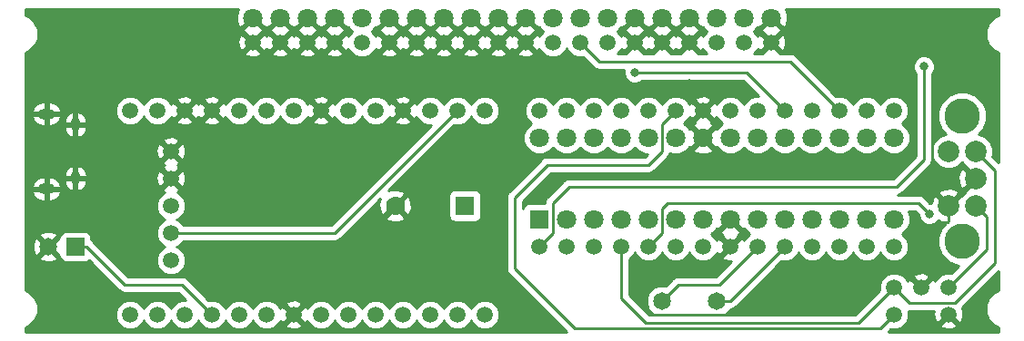
<source format=gbl>
G04 #@! TF.GenerationSoftware,KiCad,Pcbnew,5.0.1-33cea8e~68~ubuntu16.04.1*
G04 #@! TF.CreationDate,2019-03-03T03:52:25-07:00*
G04 #@! TF.ProjectId,sentry,73656E7472792E6B696361645F706362,rev?*
G04 #@! TF.SameCoordinates,Original*
G04 #@! TF.FileFunction,Copper,L2,Bot,Signal*
G04 #@! TF.FilePolarity,Positive*
%FSLAX46Y46*%
G04 Gerber Fmt 4.6, Leading zero omitted, Abs format (unit mm)*
G04 Created by KiCad (PCBNEW 5.0.1-33cea8e~68~ubuntu16.04.1) date Sun 03 Mar 2019 03:52:25 AM MST*
%MOMM*%
%LPD*%
G01*
G04 APERTURE LIST*
G04 #@! TA.AperFunction,WasherPad*
%ADD10C,3.300000*%
G04 #@! TD*
G04 #@! TA.AperFunction,ComponentPad*
%ADD11C,2.000000*%
G04 #@! TD*
G04 #@! TA.AperFunction,ComponentPad*
%ADD12C,1.800000*%
G04 #@! TD*
G04 #@! TA.AperFunction,ComponentPad*
%ADD13R,1.651000X1.651000*%
G04 #@! TD*
G04 #@! TA.AperFunction,ComponentPad*
%ADD14C,1.651000*%
G04 #@! TD*
G04 #@! TA.AperFunction,ComponentPad*
%ADD15O,0.950000X1.250000*%
G04 #@! TD*
G04 #@! TA.AperFunction,ComponentPad*
%ADD16O,1.550000X1.000000*%
G04 #@! TD*
G04 #@! TA.AperFunction,ComponentPad*
%ADD17R,1.800000X1.800000*%
G04 #@! TD*
G04 #@! TA.AperFunction,ComponentPad*
%ADD18R,1.778000X1.778000*%
G04 #@! TD*
G04 #@! TA.AperFunction,ComponentPad*
%ADD19C,1.778000*%
G04 #@! TD*
G04 #@! TA.AperFunction,ComponentPad*
%ADD20C,1.500000*%
G04 #@! TD*
G04 #@! TA.AperFunction,ViaPad*
%ADD21C,0.800000*%
G04 #@! TD*
G04 #@! TA.AperFunction,Conductor*
%ADD22C,0.250000*%
G04 #@! TD*
G04 #@! TA.AperFunction,Conductor*
%ADD23C,0.254000*%
G04 #@! TD*
G04 APERTURE END LIST*
D10*
G04 #@! TO.P,SW1,*
G04 #@! TO.N,*
X167640000Y-80780000D03*
X167640000Y-69080000D03*
D11*
G04 #@! TO.P,SW1,S2*
G04 #@! TO.N,GND*
X166370000Y-77470000D03*
G04 #@! TO.P,SW1,S1*
G04 #@! TO.N,Net-(SW1-PadS1)*
X166370000Y-72390000D03*
G04 #@! TO.P,SW1,B*
G04 #@! TO.N,Net-(SW1-PadB)*
X168910000Y-77470000D03*
G04 #@! TO.P,SW1,A*
G04 #@! TO.N,Net-(SW1-PadA)*
X168910000Y-72430000D03*
G04 #@! TO.P,SW1,C*
G04 #@! TO.N,GND*
X168910000Y-74930000D03*
G04 #@! TD*
D12*
G04 #@! TO.P,U2,20*
G04 #@! TO.N,GND*
X101600000Y-59920000D03*
G04 #@! TO.P,U2,17*
X109220000Y-59920000D03*
G04 #@! TO.P,U2,14*
X116840000Y-59920000D03*
G04 #@! TO.P,U2,16*
G04 #@! TO.N,+5V*
X111760000Y-59920000D03*
G04 #@! TO.P,U2,13*
G04 #@! TO.N,GND*
X119380000Y-59920000D03*
G04 #@! TO.P,U2,11*
X124460000Y-59920000D03*
G04 #@! TO.P,U2,12*
X121920000Y-59920000D03*
G04 #@! TO.P,U2,19*
X104140000Y-59920000D03*
G04 #@! TO.P,U2,18*
X106680000Y-59920000D03*
G04 #@! TO.P,U2,15*
X114300000Y-59920000D03*
G04 #@! TO.P,U2,1*
X149860000Y-59920000D03*
G04 #@! TO.P,U2,2*
G04 #@! TO.N,+5V*
X147320000Y-59920000D03*
G04 #@! TO.P,U2,3*
X144780000Y-59920000D03*
G04 #@! TO.P,U2,4*
G04 #@! TO.N,GND*
X142240000Y-59920000D03*
G04 #@! TO.P,U2,5*
X139700000Y-59920000D03*
G04 #@! TO.P,U2,6*
X137160000Y-59920000D03*
G04 #@! TO.P,U2,7*
G04 #@! TO.N,Net-(TP3_19-Pad1)*
X134620000Y-59920000D03*
G04 #@! TO.P,U2,8*
G04 #@! TO.N,Net-(TP3_17-Pad1)*
X132080000Y-59920000D03*
G04 #@! TO.P,U2,9*
G04 #@! TO.N,Net-(TP4_9-Pad1)*
X129540000Y-59920000D03*
G04 #@! TO.P,U2,10*
G04 #@! TO.N,GND*
X127000000Y-59920000D03*
G04 #@! TD*
D13*
G04 #@! TO.P,C4,1*
G04 #@! TO.N,+5V*
X85069680Y-81280000D03*
D14*
G04 #@! TO.P,C4,2*
G04 #@! TO.N,GND*
X82570320Y-81280000D03*
G04 #@! TD*
D15*
G04 #@! TO.P,J1,SH*
G04 #@! TO.N,GND*
X85090000Y-74890000D03*
X85090000Y-69890000D03*
D16*
X82390000Y-68890000D03*
X82390000Y-75890000D03*
G04 #@! TD*
D17*
G04 #@! TO.P,U1,1*
G04 #@! TO.N,Net-(R1-Pad1)*
X128270000Y-78740000D03*
D12*
G04 #@! TO.P,U1,15*
G04 #@! TO.N,Net-(TP3_15-Pad1)*
X161290000Y-71120000D03*
G04 #@! TO.P,U1,2*
G04 #@! TO.N,Net-(TP3_2-Pad1)*
X130810000Y-78740000D03*
G04 #@! TO.P,U1,16*
G04 #@! TO.N,Net-(TP3_16-Pad1)*
X158750000Y-71120000D03*
G04 #@! TO.P,U1,3*
G04 #@! TO.N,Net-(TP3_3-Pad1)*
X133350000Y-78740000D03*
G04 #@! TO.P,U1,17*
G04 #@! TO.N,Net-(TP3_17-Pad1)*
X156210000Y-71120000D03*
G04 #@! TO.P,U1,4*
G04 #@! TO.N,Net-(SW1-PadA)*
X135890000Y-78740000D03*
G04 #@! TO.P,U1,18*
G04 #@! TO.N,Net-(TP3_18-Pad1)*
X153670000Y-71120000D03*
G04 #@! TO.P,U1,5*
G04 #@! TO.N,Net-(SW1-PadB)*
X138430000Y-78740000D03*
G04 #@! TO.P,U1,19*
G04 #@! TO.N,Net-(TP3_19-Pad1)*
X151130000Y-71120000D03*
G04 #@! TO.P,U1,6*
G04 #@! TO.N,Net-(TP3_6-Pad1)*
X140970000Y-78740000D03*
G04 #@! TO.P,U1,20*
G04 #@! TO.N,+5V*
X148590000Y-71120000D03*
G04 #@! TO.P,U1,7*
X143510000Y-78740000D03*
G04 #@! TO.P,U1,21*
X146050000Y-71120000D03*
G04 #@! TO.P,U1,8*
G04 #@! TO.N,GND*
X146050000Y-78740000D03*
G04 #@! TO.P,U1,22*
X143510000Y-71120000D03*
G04 #@! TO.P,U1,9*
G04 #@! TO.N,Net-(C1-Pad1)*
X148590000Y-78740000D03*
G04 #@! TO.P,U1,23*
G04 #@! TO.N,Net-(SW1-PadS1)*
X140970000Y-71120000D03*
G04 #@! TO.P,U1,10*
G04 #@! TO.N,Net-(C2-Pad1)*
X151130000Y-78740000D03*
G04 #@! TO.P,U1,24*
G04 #@! TO.N,Net-(TP3_24-Pad1)*
X138430000Y-71120000D03*
G04 #@! TO.P,U1,11*
G04 #@! TO.N,Net-(TP3_11-Pad1)*
X153670000Y-78740000D03*
G04 #@! TO.P,U1,25*
G04 #@! TO.N,Net-(TP3_25-Pad1)*
X135890000Y-71120000D03*
G04 #@! TO.P,U1,12*
G04 #@! TO.N,Net-(TP3_12-Pad1)*
X156210000Y-78740000D03*
G04 #@! TO.P,U1,26*
G04 #@! TO.N,Net-(TP3_26-Pad1)*
X133350000Y-71120000D03*
G04 #@! TO.P,U1,13*
G04 #@! TO.N,Net-(TP3_13-Pad1)*
X158750000Y-78740000D03*
G04 #@! TO.P,U1,27*
G04 #@! TO.N,Net-(TP3_27-Pad1)*
X130810000Y-71120000D03*
G04 #@! TO.P,U1,14*
G04 #@! TO.N,Net-(BZ1-Pad1)*
X161290000Y-78740000D03*
G04 #@! TO.P,U1,28*
G04 #@! TO.N,Net-(TP3_28-Pad1)*
X128270000Y-71120000D03*
G04 #@! TD*
D14*
G04 #@! TO.P,Y1,1*
G04 #@! TO.N,Net-(C2-Pad1)*
X144780000Y-86360000D03*
G04 #@! TO.P,Y1,2*
G04 #@! TO.N,Net-(C1-Pad1)*
X139700000Y-86360000D03*
G04 #@! TD*
D18*
G04 #@! TO.P,BZ1,1*
G04 #@! TO.N,Net-(BZ1-Pad1)*
X121358660Y-77470000D03*
D19*
G04 #@! TO.P,BZ1,2*
G04 #@! TO.N,GND*
X114861340Y-77470000D03*
G04 #@! TD*
D20*
G04 #@! TO.P,TP1_1,1*
G04 #@! TO.N,GND*
X93980000Y-72390000D03*
G04 #@! TD*
G04 #@! TO.P,TP1_2,1*
G04 #@! TO.N,GND*
X93980000Y-74930000D03*
G04 #@! TD*
G04 #@! TO.P,TP1_3,1*
G04 #@! TO.N,Net-(J1-Pad3)*
X93980000Y-77470000D03*
G04 #@! TD*
G04 #@! TO.P,TP1_4,1*
G04 #@! TO.N,Net-(J1-Pad4)*
X93980000Y-80010000D03*
G04 #@! TD*
G04 #@! TO.P,TP1_5,1*
G04 #@! TO.N,Net-(F1-Pad1)*
X93980000Y-82550000D03*
G04 #@! TD*
G04 #@! TO.P,TP2_1,1*
G04 #@! TO.N,Net-(TP2_1-Pad1)*
X90170000Y-87630000D03*
G04 #@! TD*
G04 #@! TO.P,TP2_2,1*
G04 #@! TO.N,Net-(TP2_2-Pad1)*
X92710000Y-87630000D03*
G04 #@! TD*
G04 #@! TO.P,TP2_3,1*
G04 #@! TO.N,Net-(TP2_3-Pad1)*
X95250000Y-87630000D03*
G04 #@! TD*
G04 #@! TO.P,TP2_4,1*
G04 #@! TO.N,+5V*
X97790000Y-87630000D03*
G04 #@! TD*
G04 #@! TO.P,TP2_5,1*
G04 #@! TO.N,Net-(TP2_5-Pad1)*
X100330000Y-87630000D03*
G04 #@! TD*
G04 #@! TO.P,TP2_6,1*
G04 #@! TO.N,Net-(TP2_6-Pad1)*
X102870000Y-87630000D03*
G04 #@! TD*
G04 #@! TO.P,TP2_7,1*
G04 #@! TO.N,GND*
X105410000Y-87630000D03*
G04 #@! TD*
G04 #@! TO.P,TP2_8,1*
G04 #@! TO.N,Net-(TP2_8-Pad1)*
X107950000Y-87630000D03*
G04 #@! TD*
G04 #@! TO.P,TP2_9,1*
G04 #@! TO.N,Net-(TP2_9-Pad1)*
X110490000Y-87630000D03*
G04 #@! TD*
G04 #@! TO.P,TP2_10,1*
G04 #@! TO.N,Net-(TP2_10-Pad1)*
X113030000Y-87630000D03*
G04 #@! TD*
G04 #@! TO.P,TP2_11,1*
G04 #@! TO.N,Net-(TP2_11-Pad1)*
X115570000Y-87630000D03*
G04 #@! TD*
G04 #@! TO.P,TP2_12,1*
G04 #@! TO.N,Net-(TP2_12-Pad1)*
X118110000Y-87630000D03*
G04 #@! TD*
G04 #@! TO.P,TP2_13,1*
G04 #@! TO.N,Net-(TP2_13-Pad1)*
X120650000Y-87630000D03*
G04 #@! TD*
G04 #@! TO.P,TP2_14,1*
G04 #@! TO.N,Net-(TP2_14-Pad1)*
X123190000Y-87630000D03*
G04 #@! TD*
G04 #@! TO.P,TP2_15,1*
G04 #@! TO.N,Net-(J1-Pad3)*
X123190000Y-68580000D03*
G04 #@! TD*
G04 #@! TO.P,TP2_16,1*
G04 #@! TO.N,Net-(J1-Pad4)*
X120650000Y-68580000D03*
G04 #@! TD*
G04 #@! TO.P,TP2_18,1*
G04 #@! TO.N,GND*
X115570000Y-68580000D03*
G04 #@! TD*
G04 #@! TO.P,TP2_19,1*
G04 #@! TO.N,+5V*
X113030000Y-68580000D03*
G04 #@! TD*
G04 #@! TO.P,TP2_20,1*
G04 #@! TO.N,+5V*
X110490000Y-68580000D03*
G04 #@! TD*
G04 #@! TO.P,TP2_21,1*
G04 #@! TO.N,GND*
X107950000Y-68580000D03*
G04 #@! TD*
G04 #@! TO.P,TP2_22,1*
G04 #@! TO.N,Net-(TP2_22-Pad1)*
X105410000Y-68580000D03*
G04 #@! TD*
G04 #@! TO.P,TP2_23,1*
G04 #@! TO.N,Net-(TP2_23-Pad1)*
X102870000Y-68580000D03*
G04 #@! TD*
G04 #@! TO.P,TP2_24,1*
G04 #@! TO.N,Net-(TP2_24-Pad1)*
X100330000Y-68580000D03*
G04 #@! TD*
G04 #@! TO.P,TP2_25,1*
G04 #@! TO.N,GND*
X97790000Y-68580000D03*
G04 #@! TD*
G04 #@! TO.P,TP2_26,1*
G04 #@! TO.N,GND*
X95250000Y-68580000D03*
G04 #@! TD*
G04 #@! TO.P,TP2_27,1*
G04 #@! TO.N,Net-(TP2_27-Pad1)*
X92710000Y-68580000D03*
G04 #@! TD*
G04 #@! TO.P,TP3_1,1*
G04 #@! TO.N,Net-(R1-Pad1)*
X128270000Y-81280000D03*
G04 #@! TD*
G04 #@! TO.P,TP3_2,1*
G04 #@! TO.N,Net-(TP3_2-Pad1)*
X130810000Y-81280000D03*
G04 #@! TD*
G04 #@! TO.P,TP3_3,1*
G04 #@! TO.N,Net-(TP3_3-Pad1)*
X133350000Y-81280000D03*
G04 #@! TD*
G04 #@! TO.P,TP3_4,1*
G04 #@! TO.N,Net-(SW1-PadA)*
X135890000Y-81280000D03*
G04 #@! TD*
G04 #@! TO.P,TP3_5,1*
G04 #@! TO.N,Net-(SW1-PadB)*
X138430000Y-81280000D03*
G04 #@! TD*
G04 #@! TO.P,TP3_6,1*
G04 #@! TO.N,Net-(TP3_6-Pad1)*
X140970000Y-81280000D03*
G04 #@! TD*
G04 #@! TO.P,TP3_7,1*
G04 #@! TO.N,+5V*
X143510000Y-81280000D03*
G04 #@! TD*
G04 #@! TO.P,TP3_8,1*
G04 #@! TO.N,GND*
X146050000Y-81280000D03*
G04 #@! TD*
G04 #@! TO.P,TP3_9,1*
G04 #@! TO.N,Net-(C1-Pad1)*
X148590000Y-81280000D03*
G04 #@! TD*
G04 #@! TO.P,TP3_10,1*
G04 #@! TO.N,Net-(C2-Pad1)*
X151130000Y-81280000D03*
G04 #@! TD*
G04 #@! TO.P,TP3_11,1*
G04 #@! TO.N,Net-(TP3_11-Pad1)*
X153670000Y-81280000D03*
G04 #@! TD*
G04 #@! TO.P,TP3_12,1*
G04 #@! TO.N,Net-(TP3_12-Pad1)*
X156210000Y-81280000D03*
G04 #@! TD*
G04 #@! TO.P,TP3_13,1*
G04 #@! TO.N,Net-(TP3_13-Pad1)*
X158750000Y-81280000D03*
G04 #@! TD*
G04 #@! TO.P,TP3_14,1*
G04 #@! TO.N,Net-(BZ1-Pad1)*
X161290000Y-81280000D03*
G04 #@! TD*
G04 #@! TO.P,TP3_15,1*
G04 #@! TO.N,Net-(TP3_15-Pad1)*
X161290000Y-68580000D03*
G04 #@! TD*
G04 #@! TO.P,TP3_16,1*
G04 #@! TO.N,Net-(TP3_16-Pad1)*
X158750000Y-68580000D03*
G04 #@! TD*
G04 #@! TO.P,TP3_17,1*
G04 #@! TO.N,Net-(TP3_17-Pad1)*
X156210000Y-68580000D03*
G04 #@! TD*
G04 #@! TO.P,TP3_18,1*
G04 #@! TO.N,Net-(TP3_18-Pad1)*
X153670000Y-68580000D03*
G04 #@! TD*
G04 #@! TO.P,TP3_19,1*
G04 #@! TO.N,Net-(TP3_19-Pad1)*
X151130000Y-68580000D03*
G04 #@! TD*
G04 #@! TO.P,TP3_20,1*
G04 #@! TO.N,+5V*
X148590000Y-68580000D03*
G04 #@! TD*
G04 #@! TO.P,TP3_21,1*
G04 #@! TO.N,+5V*
X146050000Y-68580000D03*
G04 #@! TD*
G04 #@! TO.P,TP3_22,1*
G04 #@! TO.N,GND*
X143510000Y-68580000D03*
G04 #@! TD*
G04 #@! TO.P,TP3_23,1*
G04 #@! TO.N,Net-(SW1-PadS1)*
X140970000Y-68580000D03*
G04 #@! TD*
G04 #@! TO.P,TP3_24,1*
G04 #@! TO.N,Net-(TP3_24-Pad1)*
X138430000Y-68580000D03*
G04 #@! TD*
G04 #@! TO.P,TP3_25,1*
G04 #@! TO.N,Net-(TP3_25-Pad1)*
X135890000Y-68580000D03*
G04 #@! TD*
G04 #@! TO.P,TP3_26,1*
G04 #@! TO.N,Net-(TP3_26-Pad1)*
X133350000Y-68580000D03*
G04 #@! TD*
G04 #@! TO.P,TP3_27,1*
G04 #@! TO.N,Net-(TP3_27-Pad1)*
X130810000Y-68580000D03*
G04 #@! TD*
G04 #@! TO.P,TP3_28,1*
G04 #@! TO.N,Net-(TP3_28-Pad1)*
X128270000Y-68580000D03*
G04 #@! TD*
G04 #@! TO.P,TP4_1,1*
G04 #@! TO.N,GND*
X149860000Y-62230000D03*
G04 #@! TD*
G04 #@! TO.P,TP4_2,1*
G04 #@! TO.N,+5V*
X147320000Y-62230000D03*
G04 #@! TD*
G04 #@! TO.P,TP4_3,1*
G04 #@! TO.N,+5V*
X144780000Y-62230000D03*
G04 #@! TD*
G04 #@! TO.P,TP4_4,1*
G04 #@! TO.N,GND*
X142240000Y-62230000D03*
G04 #@! TD*
G04 #@! TO.P,TP4_5,1*
G04 #@! TO.N,GND*
X139700000Y-62230000D03*
G04 #@! TD*
G04 #@! TO.P,TP4_6,1*
G04 #@! TO.N,GND*
X137160000Y-62230000D03*
G04 #@! TD*
G04 #@! TO.P,TP4_7,1*
G04 #@! TO.N,Net-(TP3_19-Pad1)*
X134620000Y-62230000D03*
G04 #@! TD*
G04 #@! TO.P,TP4_8,1*
G04 #@! TO.N,Net-(TP3_17-Pad1)*
X132080000Y-62230000D03*
G04 #@! TD*
G04 #@! TO.P,TP4_9,1*
G04 #@! TO.N,Net-(TP4_9-Pad1)*
X129540000Y-62230000D03*
G04 #@! TD*
G04 #@! TO.P,TP4_10,1*
G04 #@! TO.N,GND*
X127000000Y-62230000D03*
G04 #@! TD*
G04 #@! TO.P,TP4_11,1*
G04 #@! TO.N,GND*
X124460000Y-62230000D03*
G04 #@! TD*
G04 #@! TO.P,TP4_12,1*
G04 #@! TO.N,GND*
X121920000Y-62230000D03*
G04 #@! TD*
G04 #@! TO.P,TP4_13,1*
G04 #@! TO.N,GND*
X119380000Y-62230000D03*
G04 #@! TD*
G04 #@! TO.P,TP4_14,1*
G04 #@! TO.N,GND*
X116840000Y-62230000D03*
G04 #@! TD*
G04 #@! TO.P,TP4_15,1*
G04 #@! TO.N,GND*
X114300000Y-62230000D03*
G04 #@! TD*
G04 #@! TO.P,TP4_16,1*
G04 #@! TO.N,+5V*
X111760000Y-62230000D03*
G04 #@! TD*
G04 #@! TO.P,TP4_17,1*
G04 #@! TO.N,GND*
X109220000Y-62230000D03*
G04 #@! TD*
G04 #@! TO.P,TP4_18,1*
G04 #@! TO.N,GND*
X106680000Y-62230000D03*
G04 #@! TD*
G04 #@! TO.P,TP4_19,1*
G04 #@! TO.N,GND*
X104140000Y-62230000D03*
G04 #@! TD*
G04 #@! TO.P,TP4_20,1*
G04 #@! TO.N,GND*
X101600000Y-62230000D03*
G04 #@! TD*
G04 #@! TO.P,TP5_A1,1*
G04 #@! TO.N,Net-(SW1-PadA)*
X161290000Y-85090000D03*
G04 #@! TD*
G04 #@! TO.P,TP5_B1,1*
G04 #@! TO.N,Net-(SW1-PadB)*
X166370000Y-85090000D03*
G04 #@! TD*
G04 #@! TO.P,TP5_C1,1*
G04 #@! TO.N,GND*
X163830000Y-85090000D03*
G04 #@! TD*
G04 #@! TO.P,TP5_S1,1*
G04 #@! TO.N,Net-(SW1-PadS1)*
X161290000Y-87630000D03*
G04 #@! TD*
G04 #@! TO.P,TP5_S2,1*
G04 #@! TO.N,GND*
X166370000Y-87630000D03*
G04 #@! TD*
G04 #@! TO.P,TP2_17,1*
G04 #@! TO.N,Net-(TP2_17-Pad1)*
X118110000Y-68580000D03*
G04 #@! TD*
G04 #@! TO.P,TP2_28,1*
G04 #@! TO.N,Net-(TP2_28-Pad1)*
X90170000Y-68580000D03*
G04 #@! TD*
D21*
G04 #@! TO.N,GND*
X142240000Y-66040000D03*
G04 #@! TO.N,Net-(R1-Pad1)*
X164084000Y-64480000D03*
G04 #@! TO.N,Net-(SW1-PadB)*
X164592000Y-78232000D03*
G04 #@! TO.N,Net-(TP3_19-Pad1)*
X137160000Y-65024000D03*
G04 #@! TD*
D22*
G04 #@! TO.N,GND*
X138938000Y-87630000D02*
X145542000Y-87630000D01*
X164846000Y-71628000D02*
X164846000Y-73152000D01*
G04 #@! TO.N,Net-(C1-Pad1)*
X139700000Y-86360000D02*
X141224000Y-84836000D01*
X145034000Y-84836000D02*
X148590000Y-81280000D01*
X141224000Y-84836000D02*
X145034000Y-84836000D01*
G04 #@! TO.N,GND*
X166370000Y-78884213D02*
X166260213Y-78994000D01*
X166370000Y-77470000D02*
X166370000Y-78884213D01*
X166260213Y-78994000D02*
X165608000Y-78994000D01*
G04 #@! TO.N,Net-(C2-Pad1)*
X146050000Y-86360000D02*
X151130000Y-81280000D01*
X144780000Y-86360000D02*
X146050000Y-86360000D01*
G04 #@! TO.N,+5V*
X86145180Y-81280000D02*
X89701180Y-84836000D01*
X85069680Y-81280000D02*
X86145180Y-81280000D01*
X94996000Y-84836000D02*
X97790000Y-87630000D01*
X89701180Y-84836000D02*
X94996000Y-84836000D01*
G04 #@! TO.N,Net-(J1-Pad4)*
X109220000Y-80010000D02*
X93980000Y-80010000D01*
X120650000Y-68580000D02*
X109220000Y-80010000D01*
G04 #@! TO.N,Net-(R1-Pad1)*
X128270000Y-81280000D02*
X129540000Y-80010000D01*
X129540000Y-80010000D02*
X129540000Y-77216000D01*
X129540000Y-77216000D02*
X131064000Y-75692000D01*
X131064000Y-75692000D02*
X132080000Y-75692000D01*
X132080000Y-75692000D02*
X161544000Y-75692000D01*
X161544000Y-75692000D02*
X164084000Y-73152000D01*
X164084000Y-73152000D02*
X164084000Y-64516000D01*
G04 #@! TO.N,Net-(SW1-PadA)*
X157988000Y-88392000D02*
X161290000Y-85090000D01*
X138176000Y-88392000D02*
X157988000Y-88392000D01*
X135890000Y-86106000D02*
X138176000Y-88392000D01*
X135890000Y-81280000D02*
X135890000Y-86106000D01*
X162754999Y-86554999D02*
X166937001Y-86554999D01*
X161290000Y-85090000D02*
X162754999Y-86554999D01*
X166937001Y-86554999D02*
X170688000Y-82804000D01*
X170688000Y-74208000D02*
X168910000Y-72430000D01*
X170688000Y-82804000D02*
X170688000Y-74208000D01*
G04 #@! TO.N,Net-(SW1-PadB)*
X138430000Y-81280000D02*
X139700000Y-80010000D01*
X139700000Y-80010000D02*
X139700000Y-77724000D01*
X139700000Y-77724000D02*
X140208000Y-77216000D01*
X140208000Y-77216000D02*
X141224000Y-77216000D01*
X141224000Y-77216000D02*
X163576000Y-77216000D01*
X163576000Y-77216000D02*
X164592000Y-78232000D01*
X164592000Y-78232000D02*
X164592000Y-78232000D01*
X169926000Y-78486000D02*
X168910000Y-77470000D01*
X169926000Y-81534000D02*
X169926000Y-78486000D01*
X166370000Y-85090000D02*
X169926000Y-81534000D01*
G04 #@! TO.N,Net-(SW1-PadS1)*
X139700000Y-72390000D02*
X139700000Y-69850000D01*
X129032000Y-73660000D02*
X138430000Y-73660000D01*
X125984000Y-76708000D02*
X129032000Y-73660000D01*
X139700000Y-69850000D02*
X140970000Y-68580000D01*
X138430000Y-73660000D02*
X139700000Y-72390000D01*
X125984000Y-83312000D02*
X125984000Y-76708000D01*
X125984000Y-83312000D02*
X131572000Y-88900000D01*
X160020000Y-88900000D02*
X161290000Y-87630000D01*
X131572000Y-88900000D02*
X160020000Y-88900000D01*
G04 #@! TO.N,Net-(TP3_17-Pad1)*
X132080000Y-62230000D02*
X133858000Y-64008000D01*
X151638000Y-64008000D02*
X156210000Y-68580000D01*
X133858000Y-64008000D02*
X151638000Y-64008000D01*
G04 #@! TO.N,Net-(TP3_19-Pad1)*
X151130000Y-68580000D02*
X147574000Y-65024000D01*
X147574000Y-65024000D02*
X137160000Y-65024000D01*
X137160000Y-65024000D02*
X137160000Y-65024000D01*
G04 #@! TD*
D23*
G04 #@! TO.N,GND*
G36*
X170994001Y-85344551D02*
X170662233Y-85481974D01*
X170131974Y-86012233D01*
X169845000Y-86705050D01*
X169845000Y-87454950D01*
X170131974Y-88147767D01*
X170662233Y-88678026D01*
X170994001Y-88815449D01*
X170994001Y-89206000D01*
X160788801Y-89206000D01*
X160989966Y-89004835D01*
X161014506Y-89015000D01*
X161565494Y-89015000D01*
X162074540Y-88804147D01*
X162277170Y-88601517D01*
X165578088Y-88601517D01*
X165646077Y-88842460D01*
X166165171Y-89027201D01*
X166715448Y-88999230D01*
X167093923Y-88842460D01*
X167161912Y-88601517D01*
X166370000Y-87809605D01*
X165578088Y-88601517D01*
X162277170Y-88601517D01*
X162464147Y-88414540D01*
X162675000Y-87905494D01*
X162675000Y-87354506D01*
X162656704Y-87310336D01*
X162680147Y-87314999D01*
X162680151Y-87314999D01*
X162754998Y-87329887D01*
X162829845Y-87314999D01*
X165012008Y-87314999D01*
X164972799Y-87425171D01*
X165000770Y-87975448D01*
X165157540Y-88353923D01*
X165398483Y-88421912D01*
X166190395Y-87630000D01*
X166176253Y-87615858D01*
X166355858Y-87436253D01*
X166370000Y-87450395D01*
X166384143Y-87436253D01*
X166563748Y-87615858D01*
X166549605Y-87630000D01*
X167341517Y-88421912D01*
X167582460Y-88353923D01*
X167767201Y-87834829D01*
X167739230Y-87284552D01*
X167605383Y-86961418D01*
X170994001Y-83572801D01*
X170994001Y-85344551D01*
X170994001Y-85344551D01*
G37*
X170994001Y-85344551D02*
X170662233Y-85481974D01*
X170131974Y-86012233D01*
X169845000Y-86705050D01*
X169845000Y-87454950D01*
X170131974Y-88147767D01*
X170662233Y-88678026D01*
X170994001Y-88815449D01*
X170994001Y-89206000D01*
X160788801Y-89206000D01*
X160989966Y-89004835D01*
X161014506Y-89015000D01*
X161565494Y-89015000D01*
X162074540Y-88804147D01*
X162277170Y-88601517D01*
X165578088Y-88601517D01*
X165646077Y-88842460D01*
X166165171Y-89027201D01*
X166715448Y-88999230D01*
X167093923Y-88842460D01*
X167161912Y-88601517D01*
X166370000Y-87809605D01*
X165578088Y-88601517D01*
X162277170Y-88601517D01*
X162464147Y-88414540D01*
X162675000Y-87905494D01*
X162675000Y-87354506D01*
X162656704Y-87310336D01*
X162680147Y-87314999D01*
X162680151Y-87314999D01*
X162754998Y-87329887D01*
X162829845Y-87314999D01*
X165012008Y-87314999D01*
X164972799Y-87425171D01*
X165000770Y-87975448D01*
X165157540Y-88353923D01*
X165398483Y-88421912D01*
X166190395Y-87630000D01*
X166176253Y-87615858D01*
X166355858Y-87436253D01*
X166370000Y-87450395D01*
X166384143Y-87436253D01*
X166563748Y-87615858D01*
X166549605Y-87630000D01*
X167341517Y-88421912D01*
X167582460Y-88353923D01*
X167767201Y-87834829D01*
X167739230Y-87284552D01*
X167605383Y-86961418D01*
X170994001Y-83572801D01*
X170994001Y-85344551D01*
G36*
X100053542Y-59679336D02*
X100079161Y-60289460D01*
X100263357Y-60734148D01*
X100519841Y-60820554D01*
X101420395Y-59920000D01*
X101406253Y-59905858D01*
X101585858Y-59726253D01*
X101600000Y-59740395D01*
X101614143Y-59726253D01*
X101793748Y-59905858D01*
X101779605Y-59920000D01*
X102680159Y-60820554D01*
X102870000Y-60756599D01*
X103059841Y-60820554D01*
X103960395Y-59920000D01*
X103946253Y-59905858D01*
X104125858Y-59726253D01*
X104140000Y-59740395D01*
X104154143Y-59726253D01*
X104333748Y-59905858D01*
X104319605Y-59920000D01*
X105220159Y-60820554D01*
X105410000Y-60756599D01*
X105599841Y-60820554D01*
X106500395Y-59920000D01*
X106486253Y-59905858D01*
X106665858Y-59726253D01*
X106680000Y-59740395D01*
X106694143Y-59726253D01*
X106873748Y-59905858D01*
X106859605Y-59920000D01*
X107760159Y-60820554D01*
X107950000Y-60756599D01*
X108139841Y-60820554D01*
X109040395Y-59920000D01*
X109026253Y-59905858D01*
X109205858Y-59726253D01*
X109220000Y-59740395D01*
X109234143Y-59726253D01*
X109413748Y-59905858D01*
X109399605Y-59920000D01*
X110300159Y-60820554D01*
X110450562Y-60769885D01*
X110458690Y-60789507D01*
X110850248Y-61181065D01*
X110585853Y-61445460D01*
X110496603Y-61660930D01*
X110432460Y-61506077D01*
X110191517Y-61438088D01*
X109399605Y-62230000D01*
X110191517Y-63021912D01*
X110432460Y-62953923D01*
X110491745Y-62787342D01*
X110585853Y-63014540D01*
X110975460Y-63404147D01*
X111484506Y-63615000D01*
X112035494Y-63615000D01*
X112544540Y-63404147D01*
X112747170Y-63201517D01*
X113508088Y-63201517D01*
X113576077Y-63442460D01*
X114095171Y-63627201D01*
X114645448Y-63599230D01*
X115023923Y-63442460D01*
X115091912Y-63201517D01*
X116048088Y-63201517D01*
X116116077Y-63442460D01*
X116635171Y-63627201D01*
X117185448Y-63599230D01*
X117563923Y-63442460D01*
X117631912Y-63201517D01*
X118588088Y-63201517D01*
X118656077Y-63442460D01*
X119175171Y-63627201D01*
X119725448Y-63599230D01*
X120103923Y-63442460D01*
X120171912Y-63201517D01*
X121128088Y-63201517D01*
X121196077Y-63442460D01*
X121715171Y-63627201D01*
X122265448Y-63599230D01*
X122643923Y-63442460D01*
X122711912Y-63201517D01*
X123668088Y-63201517D01*
X123736077Y-63442460D01*
X124255171Y-63627201D01*
X124805448Y-63599230D01*
X125183923Y-63442460D01*
X125251912Y-63201517D01*
X126208088Y-63201517D01*
X126276077Y-63442460D01*
X126795171Y-63627201D01*
X127345448Y-63599230D01*
X127723923Y-63442460D01*
X127791912Y-63201517D01*
X127000000Y-62409605D01*
X126208088Y-63201517D01*
X125251912Y-63201517D01*
X124460000Y-62409605D01*
X123668088Y-63201517D01*
X122711912Y-63201517D01*
X121920000Y-62409605D01*
X121128088Y-63201517D01*
X120171912Y-63201517D01*
X119380000Y-62409605D01*
X118588088Y-63201517D01*
X117631912Y-63201517D01*
X116840000Y-62409605D01*
X116048088Y-63201517D01*
X115091912Y-63201517D01*
X114300000Y-62409605D01*
X113508088Y-63201517D01*
X112747170Y-63201517D01*
X112934147Y-63014540D01*
X113023397Y-62799070D01*
X113087540Y-62953923D01*
X113328483Y-63021912D01*
X114120395Y-62230000D01*
X114479605Y-62230000D01*
X115271517Y-63021912D01*
X115512460Y-62953923D01*
X115565642Y-62804489D01*
X115627540Y-62953923D01*
X115868483Y-63021912D01*
X116660395Y-62230000D01*
X117019605Y-62230000D01*
X117811517Y-63021912D01*
X118052460Y-62953923D01*
X118105642Y-62804489D01*
X118167540Y-62953923D01*
X118408483Y-63021912D01*
X119200395Y-62230000D01*
X119559605Y-62230000D01*
X120351517Y-63021912D01*
X120592460Y-62953923D01*
X120645642Y-62804489D01*
X120707540Y-62953923D01*
X120948483Y-63021912D01*
X121740395Y-62230000D01*
X122099605Y-62230000D01*
X122891517Y-63021912D01*
X123132460Y-62953923D01*
X123185642Y-62804489D01*
X123247540Y-62953923D01*
X123488483Y-63021912D01*
X124280395Y-62230000D01*
X124639605Y-62230000D01*
X125431517Y-63021912D01*
X125672460Y-62953923D01*
X125725642Y-62804489D01*
X125787540Y-62953923D01*
X126028483Y-63021912D01*
X126820395Y-62230000D01*
X126028483Y-61438088D01*
X125787540Y-61506077D01*
X125734358Y-61655511D01*
X125672460Y-61506077D01*
X125431517Y-61438088D01*
X124639605Y-62230000D01*
X124280395Y-62230000D01*
X123488483Y-61438088D01*
X123247540Y-61506077D01*
X123194358Y-61655511D01*
X123132460Y-61506077D01*
X122891517Y-61438088D01*
X122099605Y-62230000D01*
X121740395Y-62230000D01*
X120948483Y-61438088D01*
X120707540Y-61506077D01*
X120654358Y-61655511D01*
X120592460Y-61506077D01*
X120351517Y-61438088D01*
X119559605Y-62230000D01*
X119200395Y-62230000D01*
X118408483Y-61438088D01*
X118167540Y-61506077D01*
X118114358Y-61655511D01*
X118052460Y-61506077D01*
X117811517Y-61438088D01*
X117019605Y-62230000D01*
X116660395Y-62230000D01*
X115868483Y-61438088D01*
X115627540Y-61506077D01*
X115574358Y-61655511D01*
X115512460Y-61506077D01*
X115271517Y-61438088D01*
X114479605Y-62230000D01*
X114120395Y-62230000D01*
X113328483Y-61438088D01*
X113087540Y-61506077D01*
X113028255Y-61672658D01*
X112934147Y-61445460D01*
X112669752Y-61181065D01*
X112850658Y-61000159D01*
X113399446Y-61000159D01*
X113485852Y-61256643D01*
X113518015Y-61268410D01*
X114300000Y-62050395D01*
X115079330Y-61271065D01*
X115114148Y-61256643D01*
X115200554Y-61000159D01*
X115939446Y-61000159D01*
X116025852Y-61256643D01*
X116058015Y-61268410D01*
X116840000Y-62050395D01*
X117619330Y-61271065D01*
X117654148Y-61256643D01*
X117740554Y-61000159D01*
X118479446Y-61000159D01*
X118565852Y-61256643D01*
X118598015Y-61268410D01*
X119380000Y-62050395D01*
X120159330Y-61271065D01*
X120194148Y-61256643D01*
X120280554Y-61000159D01*
X121019446Y-61000159D01*
X121105852Y-61256643D01*
X121138015Y-61268410D01*
X121920000Y-62050395D01*
X122699330Y-61271065D01*
X122734148Y-61256643D01*
X122820554Y-61000159D01*
X123559446Y-61000159D01*
X123645852Y-61256643D01*
X123678015Y-61268410D01*
X124460000Y-62050395D01*
X125239330Y-61271065D01*
X125274148Y-61256643D01*
X125360554Y-61000159D01*
X126099446Y-61000159D01*
X126185852Y-61256643D01*
X126218015Y-61268410D01*
X127000000Y-62050395D01*
X127779330Y-61271065D01*
X127814148Y-61256643D01*
X127900554Y-61000159D01*
X127000000Y-60099605D01*
X126099446Y-61000159D01*
X125360554Y-61000159D01*
X124460000Y-60099605D01*
X123559446Y-61000159D01*
X122820554Y-61000159D01*
X121920000Y-60099605D01*
X121019446Y-61000159D01*
X120280554Y-61000159D01*
X119380000Y-60099605D01*
X118479446Y-61000159D01*
X117740554Y-61000159D01*
X116840000Y-60099605D01*
X115939446Y-61000159D01*
X115200554Y-61000159D01*
X114300000Y-60099605D01*
X113399446Y-61000159D01*
X112850658Y-61000159D01*
X113061310Y-60789507D01*
X113069438Y-60769885D01*
X113219841Y-60820554D01*
X114120395Y-59920000D01*
X114106253Y-59905858D01*
X114285858Y-59726253D01*
X114300000Y-59740395D01*
X114314143Y-59726253D01*
X114493748Y-59905858D01*
X114479605Y-59920000D01*
X115380159Y-60820554D01*
X115570000Y-60756599D01*
X115759841Y-60820554D01*
X116660395Y-59920000D01*
X116646253Y-59905858D01*
X116825858Y-59726253D01*
X116840000Y-59740395D01*
X116854143Y-59726253D01*
X117033748Y-59905858D01*
X117019605Y-59920000D01*
X117920159Y-60820554D01*
X118110000Y-60756599D01*
X118299841Y-60820554D01*
X119200395Y-59920000D01*
X119186253Y-59905858D01*
X119365858Y-59726253D01*
X119380000Y-59740395D01*
X119394143Y-59726253D01*
X119573748Y-59905858D01*
X119559605Y-59920000D01*
X120460159Y-60820554D01*
X120650000Y-60756599D01*
X120839841Y-60820554D01*
X121740395Y-59920000D01*
X121726253Y-59905858D01*
X121905858Y-59726253D01*
X121920000Y-59740395D01*
X121934143Y-59726253D01*
X122113748Y-59905858D01*
X122099605Y-59920000D01*
X123000159Y-60820554D01*
X123190000Y-60756599D01*
X123379841Y-60820554D01*
X124280395Y-59920000D01*
X124266253Y-59905858D01*
X124445858Y-59726253D01*
X124460000Y-59740395D01*
X124474143Y-59726253D01*
X124653748Y-59905858D01*
X124639605Y-59920000D01*
X125540159Y-60820554D01*
X125730000Y-60756599D01*
X125919841Y-60820554D01*
X126820395Y-59920000D01*
X126806253Y-59905858D01*
X126985858Y-59726253D01*
X127000000Y-59740395D01*
X127014143Y-59726253D01*
X127193748Y-59905858D01*
X127179605Y-59920000D01*
X128080159Y-60820554D01*
X128230562Y-60769885D01*
X128238690Y-60789507D01*
X128630248Y-61181065D01*
X128365853Y-61445460D01*
X128276603Y-61660930D01*
X128212460Y-61506077D01*
X127971517Y-61438088D01*
X127179605Y-62230000D01*
X127971517Y-63021912D01*
X128212460Y-62953923D01*
X128271745Y-62787342D01*
X128365853Y-63014540D01*
X128755460Y-63404147D01*
X129264506Y-63615000D01*
X129815494Y-63615000D01*
X130324540Y-63404147D01*
X130714147Y-63014540D01*
X130810000Y-62783130D01*
X130905853Y-63014540D01*
X131295460Y-63404147D01*
X131804506Y-63615000D01*
X132355494Y-63615000D01*
X132380034Y-63604835D01*
X133267670Y-64492472D01*
X133310071Y-64555929D01*
X133373527Y-64598329D01*
X133561462Y-64723904D01*
X133579355Y-64727463D01*
X133783148Y-64768000D01*
X133783152Y-64768000D01*
X133858000Y-64782888D01*
X133932848Y-64768000D01*
X136145763Y-64768000D01*
X136125000Y-64818126D01*
X136125000Y-65229874D01*
X136282569Y-65610280D01*
X136573720Y-65901431D01*
X136954126Y-66059000D01*
X137365874Y-66059000D01*
X137746280Y-65901431D01*
X137863711Y-65784000D01*
X147259199Y-65784000D01*
X148670198Y-67195000D01*
X148314506Y-67195000D01*
X147805460Y-67405853D01*
X147415853Y-67795460D01*
X147320000Y-68026870D01*
X147224147Y-67795460D01*
X146834540Y-67405853D01*
X146325494Y-67195000D01*
X145774506Y-67195000D01*
X145265460Y-67405853D01*
X144875853Y-67795460D01*
X144786603Y-68010930D01*
X144722460Y-67856077D01*
X144481517Y-67788088D01*
X143689605Y-68580000D01*
X144481517Y-69371912D01*
X144722460Y-69303923D01*
X144781745Y-69137342D01*
X144875853Y-69364540D01*
X145265460Y-69754147D01*
X145300887Y-69768821D01*
X145180493Y-69818690D01*
X144748690Y-70250493D01*
X144740562Y-70270115D01*
X144590159Y-70219446D01*
X143689605Y-71120000D01*
X144590159Y-72020554D01*
X144740562Y-71969885D01*
X144748690Y-71989507D01*
X145180493Y-72421310D01*
X145744670Y-72655000D01*
X146355330Y-72655000D01*
X146919507Y-72421310D01*
X147320000Y-72020817D01*
X147720493Y-72421310D01*
X148284670Y-72655000D01*
X148895330Y-72655000D01*
X149459507Y-72421310D01*
X149860000Y-72020817D01*
X150260493Y-72421310D01*
X150824670Y-72655000D01*
X151435330Y-72655000D01*
X151999507Y-72421310D01*
X152400000Y-72020817D01*
X152800493Y-72421310D01*
X153364670Y-72655000D01*
X153975330Y-72655000D01*
X154539507Y-72421310D01*
X154940000Y-72020817D01*
X155340493Y-72421310D01*
X155904670Y-72655000D01*
X156515330Y-72655000D01*
X157079507Y-72421310D01*
X157480000Y-72020817D01*
X157880493Y-72421310D01*
X158444670Y-72655000D01*
X159055330Y-72655000D01*
X159619507Y-72421310D01*
X160020000Y-72020817D01*
X160420493Y-72421310D01*
X160984670Y-72655000D01*
X161595330Y-72655000D01*
X162159507Y-72421310D01*
X162591310Y-71989507D01*
X162825000Y-71425330D01*
X162825000Y-70814670D01*
X162591310Y-70250493D01*
X162159507Y-69818690D01*
X162039113Y-69768821D01*
X162074540Y-69754147D01*
X162464147Y-69364540D01*
X162675000Y-68855494D01*
X162675000Y-68304506D01*
X162464147Y-67795460D01*
X162074540Y-67405853D01*
X161565494Y-67195000D01*
X161014506Y-67195000D01*
X160505460Y-67405853D01*
X160115853Y-67795460D01*
X160020000Y-68026870D01*
X159924147Y-67795460D01*
X159534540Y-67405853D01*
X159025494Y-67195000D01*
X158474506Y-67195000D01*
X157965460Y-67405853D01*
X157575853Y-67795460D01*
X157480000Y-68026870D01*
X157384147Y-67795460D01*
X156994540Y-67405853D01*
X156485494Y-67195000D01*
X155934506Y-67195000D01*
X155909967Y-67205164D01*
X152228331Y-63523530D01*
X152185929Y-63460071D01*
X151934537Y-63292096D01*
X151712852Y-63248000D01*
X151712847Y-63248000D01*
X151638000Y-63233112D01*
X151563153Y-63248000D01*
X150638795Y-63248000D01*
X150651912Y-63201517D01*
X149860000Y-62409605D01*
X149068088Y-63201517D01*
X149081205Y-63248000D01*
X148260687Y-63248000D01*
X148494147Y-63014540D01*
X148583397Y-62799070D01*
X148647540Y-62953923D01*
X148888483Y-63021912D01*
X149680395Y-62230000D01*
X150039605Y-62230000D01*
X150831517Y-63021912D01*
X151072460Y-62953923D01*
X151257201Y-62434829D01*
X151229230Y-61884552D01*
X151072460Y-61506077D01*
X150831517Y-61438088D01*
X150039605Y-62230000D01*
X149680395Y-62230000D01*
X148888483Y-61438088D01*
X148647540Y-61506077D01*
X148588255Y-61672658D01*
X148494147Y-61445460D01*
X148229752Y-61181065D01*
X148410658Y-61000159D01*
X148959446Y-61000159D01*
X149045852Y-61256643D01*
X149078015Y-61268410D01*
X149860000Y-62050395D01*
X150639330Y-61271065D01*
X150674148Y-61256643D01*
X150760554Y-61000159D01*
X149860000Y-60099605D01*
X148959446Y-61000159D01*
X148410658Y-61000159D01*
X148621310Y-60789507D01*
X148629438Y-60769885D01*
X148779841Y-60820554D01*
X149680395Y-59920000D01*
X149666253Y-59905858D01*
X149845858Y-59726253D01*
X149860000Y-59740395D01*
X149874143Y-59726253D01*
X150053748Y-59905858D01*
X150039605Y-59920000D01*
X150940159Y-60820554D01*
X151196643Y-60734148D01*
X151406458Y-60160664D01*
X151380839Y-59550540D01*
X151206645Y-59130000D01*
X170994000Y-59130000D01*
X170994000Y-59684552D01*
X170662233Y-59821974D01*
X170131974Y-60352233D01*
X169845000Y-61045050D01*
X169845000Y-61794950D01*
X170131974Y-62487767D01*
X170662233Y-63018026D01*
X170994000Y-63155448D01*
X170994000Y-73439199D01*
X170476177Y-72921375D01*
X170545000Y-72755222D01*
X170545000Y-72104778D01*
X170296086Y-71503847D01*
X169836153Y-71043914D01*
X169235222Y-70795000D01*
X169156479Y-70795000D01*
X169577130Y-70374349D01*
X169925000Y-69534515D01*
X169925000Y-68625485D01*
X169577130Y-67785651D01*
X168934349Y-67142870D01*
X168094515Y-66795000D01*
X167185485Y-66795000D01*
X166345651Y-67142870D01*
X165702870Y-67785651D01*
X165355000Y-68625485D01*
X165355000Y-69534515D01*
X165702870Y-70374349D01*
X166083521Y-70755000D01*
X166044778Y-70755000D01*
X165443847Y-71003914D01*
X164983914Y-71463847D01*
X164844000Y-71801629D01*
X164844000Y-65183711D01*
X164961431Y-65066280D01*
X165119000Y-64685874D01*
X165119000Y-64274126D01*
X164961431Y-63893720D01*
X164670280Y-63602569D01*
X164289874Y-63445000D01*
X163878126Y-63445000D01*
X163497720Y-63602569D01*
X163206569Y-63893720D01*
X163049000Y-64274126D01*
X163049000Y-64685874D01*
X163206569Y-65066280D01*
X163324001Y-65183712D01*
X163324000Y-72837197D01*
X161229199Y-74932000D01*
X131138846Y-74932000D01*
X131063999Y-74917112D01*
X130989152Y-74932000D01*
X130989148Y-74932000D01*
X130767463Y-74976096D01*
X130767461Y-74976097D01*
X130767462Y-74976097D01*
X130579526Y-75101671D01*
X130579524Y-75101673D01*
X130516071Y-75144071D01*
X130473673Y-75207524D01*
X129055528Y-76625671D01*
X128992072Y-76668071D01*
X128949672Y-76731527D01*
X128949671Y-76731528D01*
X128824097Y-76919463D01*
X128769775Y-77192560D01*
X127370000Y-77192560D01*
X127122235Y-77241843D01*
X126912191Y-77382191D01*
X126771843Y-77592235D01*
X126744000Y-77732213D01*
X126744000Y-77022801D01*
X129346802Y-74420000D01*
X138355153Y-74420000D01*
X138430000Y-74434888D01*
X138504847Y-74420000D01*
X138504852Y-74420000D01*
X138726537Y-74375904D01*
X138977929Y-74207929D01*
X139020331Y-74144470D01*
X140184473Y-72980329D01*
X140247929Y-72937929D01*
X140415904Y-72686537D01*
X140440636Y-72562202D01*
X140664670Y-72655000D01*
X141275330Y-72655000D01*
X141839507Y-72421310D01*
X142060658Y-72200159D01*
X142609446Y-72200159D01*
X142695852Y-72456643D01*
X143269336Y-72666458D01*
X143879460Y-72640839D01*
X144324148Y-72456643D01*
X144410554Y-72200159D01*
X143510000Y-71299605D01*
X142609446Y-72200159D01*
X142060658Y-72200159D01*
X142271310Y-71989507D01*
X142279438Y-71969885D01*
X142429841Y-72020554D01*
X143330395Y-71120000D01*
X142429841Y-70219446D01*
X142279438Y-70270115D01*
X142271310Y-70250493D01*
X142060658Y-70039841D01*
X142609446Y-70039841D01*
X143510000Y-70940395D01*
X144410554Y-70039841D01*
X144324148Y-69783357D01*
X144244694Y-69754288D01*
X144301912Y-69551517D01*
X143510000Y-68759605D01*
X142718088Y-69551517D01*
X142774335Y-69750848D01*
X142695852Y-69783357D01*
X142609446Y-70039841D01*
X142060658Y-70039841D01*
X141839507Y-69818690D01*
X141719113Y-69768821D01*
X141754540Y-69754147D01*
X142144147Y-69364540D01*
X142233397Y-69149070D01*
X142297540Y-69303923D01*
X142538483Y-69371912D01*
X143330395Y-68580000D01*
X142538483Y-67788088D01*
X142297540Y-67856077D01*
X142238255Y-68022658D01*
X142144147Y-67795460D01*
X141957170Y-67608483D01*
X142718088Y-67608483D01*
X143510000Y-68400395D01*
X144301912Y-67608483D01*
X144233923Y-67367540D01*
X143714829Y-67182799D01*
X143164552Y-67210770D01*
X142786077Y-67367540D01*
X142718088Y-67608483D01*
X141957170Y-67608483D01*
X141754540Y-67405853D01*
X141245494Y-67195000D01*
X140694506Y-67195000D01*
X140185460Y-67405853D01*
X139795853Y-67795460D01*
X139700000Y-68026870D01*
X139604147Y-67795460D01*
X139214540Y-67405853D01*
X138705494Y-67195000D01*
X138154506Y-67195000D01*
X137645460Y-67405853D01*
X137255853Y-67795460D01*
X137160000Y-68026870D01*
X137064147Y-67795460D01*
X136674540Y-67405853D01*
X136165494Y-67195000D01*
X135614506Y-67195000D01*
X135105460Y-67405853D01*
X134715853Y-67795460D01*
X134620000Y-68026870D01*
X134524147Y-67795460D01*
X134134540Y-67405853D01*
X133625494Y-67195000D01*
X133074506Y-67195000D01*
X132565460Y-67405853D01*
X132175853Y-67795460D01*
X132080000Y-68026870D01*
X131984147Y-67795460D01*
X131594540Y-67405853D01*
X131085494Y-67195000D01*
X130534506Y-67195000D01*
X130025460Y-67405853D01*
X129635853Y-67795460D01*
X129540000Y-68026870D01*
X129444147Y-67795460D01*
X129054540Y-67405853D01*
X128545494Y-67195000D01*
X127994506Y-67195000D01*
X127485460Y-67405853D01*
X127095853Y-67795460D01*
X126885000Y-68304506D01*
X126885000Y-68855494D01*
X127095853Y-69364540D01*
X127485460Y-69754147D01*
X127520887Y-69768821D01*
X127400493Y-69818690D01*
X126968690Y-70250493D01*
X126735000Y-70814670D01*
X126735000Y-71425330D01*
X126968690Y-71989507D01*
X127400493Y-72421310D01*
X127964670Y-72655000D01*
X128575330Y-72655000D01*
X129139507Y-72421310D01*
X129540000Y-72020817D01*
X129940493Y-72421310D01*
X130504670Y-72655000D01*
X131115330Y-72655000D01*
X131679507Y-72421310D01*
X132080000Y-72020817D01*
X132480493Y-72421310D01*
X133044670Y-72655000D01*
X133655330Y-72655000D01*
X134219507Y-72421310D01*
X134620000Y-72020817D01*
X135020493Y-72421310D01*
X135584670Y-72655000D01*
X136195330Y-72655000D01*
X136759507Y-72421310D01*
X137160000Y-72020817D01*
X137560493Y-72421310D01*
X138124670Y-72655000D01*
X138360199Y-72655000D01*
X138115199Y-72900000D01*
X129106847Y-72900000D01*
X129032000Y-72885112D01*
X128957153Y-72900000D01*
X128957148Y-72900000D01*
X128735463Y-72944096D01*
X128484071Y-73112071D01*
X128441671Y-73175527D01*
X125499528Y-76117671D01*
X125436072Y-76160071D01*
X125393672Y-76223527D01*
X125393671Y-76223528D01*
X125268097Y-76411463D01*
X125209112Y-76708000D01*
X125224001Y-76782852D01*
X125224000Y-83237153D01*
X125209112Y-83312000D01*
X125224000Y-83386847D01*
X125224000Y-83386851D01*
X125268096Y-83608536D01*
X125436071Y-83859929D01*
X125499530Y-83902331D01*
X130803197Y-89206000D01*
X80466000Y-89206000D01*
X80466000Y-88815448D01*
X80797767Y-88678026D01*
X81328026Y-88147767D01*
X81615000Y-87454950D01*
X81615000Y-86705050D01*
X81328026Y-86012233D01*
X80797767Y-85481974D01*
X80466000Y-85344552D01*
X80466000Y-82306215D01*
X81723710Y-82306215D01*
X81800976Y-82554976D01*
X82347451Y-82752340D01*
X82927855Y-82725553D01*
X83339664Y-82554976D01*
X83416930Y-82306215D01*
X82570320Y-81459605D01*
X81723710Y-82306215D01*
X80466000Y-82306215D01*
X80466000Y-81057131D01*
X81097980Y-81057131D01*
X81124767Y-81637535D01*
X81295344Y-82049344D01*
X81544105Y-82126610D01*
X82390715Y-81280000D01*
X82749925Y-81280000D01*
X83596535Y-82126610D01*
X83600683Y-82125322D01*
X83646023Y-82353265D01*
X83786371Y-82563309D01*
X83996415Y-82703657D01*
X84244180Y-82752940D01*
X85895180Y-82752940D01*
X86142945Y-82703657D01*
X86352989Y-82563309D01*
X86353269Y-82562890D01*
X89110853Y-85320476D01*
X89153251Y-85383929D01*
X89216704Y-85426327D01*
X89216706Y-85426329D01*
X89342082Y-85510102D01*
X89404643Y-85551904D01*
X89626328Y-85596000D01*
X89626332Y-85596000D01*
X89701179Y-85610888D01*
X89776026Y-85596000D01*
X94681199Y-85596000D01*
X95330199Y-86245000D01*
X94974506Y-86245000D01*
X94465460Y-86455853D01*
X94075853Y-86845460D01*
X93980000Y-87076870D01*
X93884147Y-86845460D01*
X93494540Y-86455853D01*
X92985494Y-86245000D01*
X92434506Y-86245000D01*
X91925460Y-86455853D01*
X91535853Y-86845460D01*
X91440000Y-87076870D01*
X91344147Y-86845460D01*
X90954540Y-86455853D01*
X90445494Y-86245000D01*
X89894506Y-86245000D01*
X89385460Y-86455853D01*
X88995853Y-86845460D01*
X88785000Y-87354506D01*
X88785000Y-87905494D01*
X88995853Y-88414540D01*
X89385460Y-88804147D01*
X89894506Y-89015000D01*
X90445494Y-89015000D01*
X90954540Y-88804147D01*
X91344147Y-88414540D01*
X91440000Y-88183130D01*
X91535853Y-88414540D01*
X91925460Y-88804147D01*
X92434506Y-89015000D01*
X92985494Y-89015000D01*
X93494540Y-88804147D01*
X93884147Y-88414540D01*
X93980000Y-88183130D01*
X94075853Y-88414540D01*
X94465460Y-88804147D01*
X94974506Y-89015000D01*
X95525494Y-89015000D01*
X96034540Y-88804147D01*
X96424147Y-88414540D01*
X96520000Y-88183130D01*
X96615853Y-88414540D01*
X97005460Y-88804147D01*
X97514506Y-89015000D01*
X98065494Y-89015000D01*
X98574540Y-88804147D01*
X98964147Y-88414540D01*
X99060000Y-88183130D01*
X99155853Y-88414540D01*
X99545460Y-88804147D01*
X100054506Y-89015000D01*
X100605494Y-89015000D01*
X101114540Y-88804147D01*
X101504147Y-88414540D01*
X101600000Y-88183130D01*
X101695853Y-88414540D01*
X102085460Y-88804147D01*
X102594506Y-89015000D01*
X103145494Y-89015000D01*
X103654540Y-88804147D01*
X103857170Y-88601517D01*
X104618088Y-88601517D01*
X104686077Y-88842460D01*
X105205171Y-89027201D01*
X105755448Y-88999230D01*
X106133923Y-88842460D01*
X106201912Y-88601517D01*
X105410000Y-87809605D01*
X104618088Y-88601517D01*
X103857170Y-88601517D01*
X104044147Y-88414540D01*
X104133397Y-88199070D01*
X104197540Y-88353923D01*
X104438483Y-88421912D01*
X105230395Y-87630000D01*
X105589605Y-87630000D01*
X106381517Y-88421912D01*
X106622460Y-88353923D01*
X106681745Y-88187342D01*
X106775853Y-88414540D01*
X107165460Y-88804147D01*
X107674506Y-89015000D01*
X108225494Y-89015000D01*
X108734540Y-88804147D01*
X109124147Y-88414540D01*
X109220000Y-88183130D01*
X109315853Y-88414540D01*
X109705460Y-88804147D01*
X110214506Y-89015000D01*
X110765494Y-89015000D01*
X111274540Y-88804147D01*
X111664147Y-88414540D01*
X111760000Y-88183130D01*
X111855853Y-88414540D01*
X112245460Y-88804147D01*
X112754506Y-89015000D01*
X113305494Y-89015000D01*
X113814540Y-88804147D01*
X114204147Y-88414540D01*
X114300000Y-88183130D01*
X114395853Y-88414540D01*
X114785460Y-88804147D01*
X115294506Y-89015000D01*
X115845494Y-89015000D01*
X116354540Y-88804147D01*
X116744147Y-88414540D01*
X116840000Y-88183130D01*
X116935853Y-88414540D01*
X117325460Y-88804147D01*
X117834506Y-89015000D01*
X118385494Y-89015000D01*
X118894540Y-88804147D01*
X119284147Y-88414540D01*
X119380000Y-88183130D01*
X119475853Y-88414540D01*
X119865460Y-88804147D01*
X120374506Y-89015000D01*
X120925494Y-89015000D01*
X121434540Y-88804147D01*
X121824147Y-88414540D01*
X121920000Y-88183130D01*
X122015853Y-88414540D01*
X122405460Y-88804147D01*
X122914506Y-89015000D01*
X123465494Y-89015000D01*
X123974540Y-88804147D01*
X124364147Y-88414540D01*
X124575000Y-87905494D01*
X124575000Y-87354506D01*
X124364147Y-86845460D01*
X123974540Y-86455853D01*
X123465494Y-86245000D01*
X122914506Y-86245000D01*
X122405460Y-86455853D01*
X122015853Y-86845460D01*
X121920000Y-87076870D01*
X121824147Y-86845460D01*
X121434540Y-86455853D01*
X120925494Y-86245000D01*
X120374506Y-86245000D01*
X119865460Y-86455853D01*
X119475853Y-86845460D01*
X119380000Y-87076870D01*
X119284147Y-86845460D01*
X118894540Y-86455853D01*
X118385494Y-86245000D01*
X117834506Y-86245000D01*
X117325460Y-86455853D01*
X116935853Y-86845460D01*
X116840000Y-87076870D01*
X116744147Y-86845460D01*
X116354540Y-86455853D01*
X115845494Y-86245000D01*
X115294506Y-86245000D01*
X114785460Y-86455853D01*
X114395853Y-86845460D01*
X114300000Y-87076870D01*
X114204147Y-86845460D01*
X113814540Y-86455853D01*
X113305494Y-86245000D01*
X112754506Y-86245000D01*
X112245460Y-86455853D01*
X111855853Y-86845460D01*
X111760000Y-87076870D01*
X111664147Y-86845460D01*
X111274540Y-86455853D01*
X110765494Y-86245000D01*
X110214506Y-86245000D01*
X109705460Y-86455853D01*
X109315853Y-86845460D01*
X109220000Y-87076870D01*
X109124147Y-86845460D01*
X108734540Y-86455853D01*
X108225494Y-86245000D01*
X107674506Y-86245000D01*
X107165460Y-86455853D01*
X106775853Y-86845460D01*
X106686603Y-87060930D01*
X106622460Y-86906077D01*
X106381517Y-86838088D01*
X105589605Y-87630000D01*
X105230395Y-87630000D01*
X104438483Y-86838088D01*
X104197540Y-86906077D01*
X104138255Y-87072658D01*
X104044147Y-86845460D01*
X103857170Y-86658483D01*
X104618088Y-86658483D01*
X105410000Y-87450395D01*
X106201912Y-86658483D01*
X106133923Y-86417540D01*
X105614829Y-86232799D01*
X105064552Y-86260770D01*
X104686077Y-86417540D01*
X104618088Y-86658483D01*
X103857170Y-86658483D01*
X103654540Y-86455853D01*
X103145494Y-86245000D01*
X102594506Y-86245000D01*
X102085460Y-86455853D01*
X101695853Y-86845460D01*
X101600000Y-87076870D01*
X101504147Y-86845460D01*
X101114540Y-86455853D01*
X100605494Y-86245000D01*
X100054506Y-86245000D01*
X99545460Y-86455853D01*
X99155853Y-86845460D01*
X99060000Y-87076870D01*
X98964147Y-86845460D01*
X98574540Y-86455853D01*
X98065494Y-86245000D01*
X97514506Y-86245000D01*
X97489966Y-86255165D01*
X95586331Y-84351530D01*
X95543929Y-84288071D01*
X95292537Y-84120096D01*
X95070852Y-84076000D01*
X95070847Y-84076000D01*
X94996000Y-84061112D01*
X94921153Y-84076000D01*
X90015983Y-84076000D01*
X86735511Y-80795530D01*
X86693109Y-80732071D01*
X86542620Y-80631517D01*
X86542620Y-80454500D01*
X86493337Y-80206735D01*
X86352989Y-79996691D01*
X86142945Y-79856343D01*
X85895180Y-79807060D01*
X84244180Y-79807060D01*
X83996415Y-79856343D01*
X83786371Y-79996691D01*
X83646023Y-80206735D01*
X83600683Y-80434678D01*
X83596535Y-80433390D01*
X82749925Y-81280000D01*
X82390715Y-81280000D01*
X81544105Y-80433390D01*
X81295344Y-80510656D01*
X81097980Y-81057131D01*
X80466000Y-81057131D01*
X80466000Y-80253785D01*
X81723710Y-80253785D01*
X82570320Y-81100395D01*
X83416930Y-80253785D01*
X83339664Y-80005024D01*
X82793189Y-79807660D01*
X82212785Y-79834447D01*
X81800976Y-80005024D01*
X81723710Y-80253785D01*
X80466000Y-80253785D01*
X80466000Y-77194506D01*
X92595000Y-77194506D01*
X92595000Y-77745494D01*
X92805853Y-78254540D01*
X93195460Y-78644147D01*
X93426870Y-78740000D01*
X93195460Y-78835853D01*
X92805853Y-79225460D01*
X92595000Y-79734506D01*
X92595000Y-80285494D01*
X92805853Y-80794540D01*
X93195460Y-81184147D01*
X93426870Y-81280000D01*
X93195460Y-81375853D01*
X92805853Y-81765460D01*
X92595000Y-82274506D01*
X92595000Y-82825494D01*
X92805853Y-83334540D01*
X93195460Y-83724147D01*
X93704506Y-83935000D01*
X94255494Y-83935000D01*
X94764540Y-83724147D01*
X95154147Y-83334540D01*
X95365000Y-82825494D01*
X95365000Y-82274506D01*
X95154147Y-81765460D01*
X94764540Y-81375853D01*
X94533130Y-81280000D01*
X94764540Y-81184147D01*
X95154147Y-80794540D01*
X95164312Y-80770000D01*
X109145153Y-80770000D01*
X109220000Y-80784888D01*
X109294847Y-80770000D01*
X109294852Y-80770000D01*
X109516537Y-80725904D01*
X109767929Y-80557929D01*
X109810331Y-80494470D01*
X111762605Y-78542196D01*
X113968749Y-78542196D01*
X114053807Y-78797539D01*
X114623305Y-79005516D01*
X115229040Y-78979723D01*
X115668873Y-78797539D01*
X115753931Y-78542196D01*
X114861340Y-77649605D01*
X113968749Y-78542196D01*
X111762605Y-78542196D01*
X113471364Y-76833438D01*
X113325824Y-77231965D01*
X113351617Y-77837700D01*
X113533801Y-78277533D01*
X113789144Y-78362591D01*
X114681735Y-77470000D01*
X115040945Y-77470000D01*
X115933536Y-78362591D01*
X116188879Y-78277533D01*
X116396856Y-77708035D01*
X116371063Y-77102300D01*
X116188879Y-76662467D01*
X115944317Y-76581000D01*
X119822220Y-76581000D01*
X119822220Y-78359000D01*
X119871503Y-78606765D01*
X120011851Y-78816809D01*
X120221895Y-78957157D01*
X120469660Y-79006440D01*
X122247660Y-79006440D01*
X122495425Y-78957157D01*
X122705469Y-78816809D01*
X122845817Y-78606765D01*
X122895100Y-78359000D01*
X122895100Y-76581000D01*
X122845817Y-76333235D01*
X122705469Y-76123191D01*
X122495425Y-75982843D01*
X122247660Y-75933560D01*
X120469660Y-75933560D01*
X120221895Y-75982843D01*
X120011851Y-76123191D01*
X119871503Y-76333235D01*
X119822220Y-76581000D01*
X115944317Y-76581000D01*
X115933536Y-76577409D01*
X115040945Y-77470000D01*
X114681735Y-77470000D01*
X114667593Y-77455858D01*
X114847198Y-77276253D01*
X114861340Y-77290395D01*
X115753931Y-76397804D01*
X115668873Y-76142461D01*
X115099375Y-75934484D01*
X114493640Y-75960277D01*
X114239085Y-76065717D01*
X120349966Y-69954835D01*
X120374506Y-69965000D01*
X120925494Y-69965000D01*
X121434540Y-69754147D01*
X121824147Y-69364540D01*
X121920000Y-69133130D01*
X122015853Y-69364540D01*
X122405460Y-69754147D01*
X122914506Y-69965000D01*
X123465494Y-69965000D01*
X123974540Y-69754147D01*
X124364147Y-69364540D01*
X124575000Y-68855494D01*
X124575000Y-68304506D01*
X124364147Y-67795460D01*
X123974540Y-67405853D01*
X123465494Y-67195000D01*
X122914506Y-67195000D01*
X122405460Y-67405853D01*
X122015853Y-67795460D01*
X121920000Y-68026870D01*
X121824147Y-67795460D01*
X121434540Y-67405853D01*
X120925494Y-67195000D01*
X120374506Y-67195000D01*
X119865460Y-67405853D01*
X119475853Y-67795460D01*
X119380000Y-68026870D01*
X119284147Y-67795460D01*
X118894540Y-67405853D01*
X118385494Y-67195000D01*
X117834506Y-67195000D01*
X117325460Y-67405853D01*
X116935853Y-67795460D01*
X116846603Y-68010930D01*
X116782460Y-67856077D01*
X116541517Y-67788088D01*
X115749605Y-68580000D01*
X116541517Y-69371912D01*
X116782460Y-69303923D01*
X116841745Y-69137342D01*
X116935853Y-69364540D01*
X117325460Y-69754147D01*
X117834506Y-69965000D01*
X118190198Y-69965000D01*
X108905199Y-79250000D01*
X95164312Y-79250000D01*
X95154147Y-79225460D01*
X94764540Y-78835853D01*
X94533130Y-78740000D01*
X94764540Y-78644147D01*
X95154147Y-78254540D01*
X95365000Y-77745494D01*
X95365000Y-77194506D01*
X95154147Y-76685460D01*
X94764540Y-76295853D01*
X94549070Y-76206603D01*
X94703923Y-76142460D01*
X94771912Y-75901517D01*
X93980000Y-75109605D01*
X93188088Y-75901517D01*
X93256077Y-76142460D01*
X93422658Y-76201745D01*
X93195460Y-76295853D01*
X92805853Y-76685460D01*
X92595000Y-77194506D01*
X80466000Y-77194506D01*
X80466000Y-76191874D01*
X81020881Y-76191874D01*
X81222632Y-76602763D01*
X81563322Y-76890002D01*
X81988000Y-77025000D01*
X82263000Y-77025000D01*
X82263000Y-76017000D01*
X82517000Y-76017000D01*
X82517000Y-77025000D01*
X82792000Y-77025000D01*
X83216678Y-76890002D01*
X83557368Y-76602763D01*
X83759119Y-76191874D01*
X83632954Y-76017000D01*
X82517000Y-76017000D01*
X82263000Y-76017000D01*
X81147046Y-76017000D01*
X81020881Y-76191874D01*
X80466000Y-76191874D01*
X80466000Y-75588126D01*
X81020881Y-75588126D01*
X81147046Y-75763000D01*
X82263000Y-75763000D01*
X82263000Y-74755000D01*
X82517000Y-74755000D01*
X82517000Y-75763000D01*
X83632954Y-75763000D01*
X83759119Y-75588126D01*
X83564191Y-75191131D01*
X83988771Y-75191131D01*
X84130432Y-75601049D01*
X84418179Y-75925552D01*
X84792062Y-76109268D01*
X84963000Y-75982734D01*
X84963000Y-75017000D01*
X85217000Y-75017000D01*
X85217000Y-75982734D01*
X85387938Y-76109268D01*
X85761821Y-75925552D01*
X86049568Y-75601049D01*
X86191229Y-75191131D01*
X86042563Y-75017000D01*
X85217000Y-75017000D01*
X84963000Y-75017000D01*
X84137437Y-75017000D01*
X83988771Y-75191131D01*
X83564191Y-75191131D01*
X83557368Y-75177237D01*
X83216678Y-74889998D01*
X82792000Y-74755000D01*
X82517000Y-74755000D01*
X82263000Y-74755000D01*
X81988000Y-74755000D01*
X81563322Y-74889998D01*
X81222632Y-75177237D01*
X81020881Y-75588126D01*
X80466000Y-75588126D01*
X80466000Y-74588869D01*
X83988771Y-74588869D01*
X84137437Y-74763000D01*
X84963000Y-74763000D01*
X84963000Y-73797266D01*
X85217000Y-73797266D01*
X85217000Y-74763000D01*
X86042563Y-74763000D01*
X86074859Y-74725171D01*
X92582799Y-74725171D01*
X92610770Y-75275448D01*
X92767540Y-75653923D01*
X93008483Y-75721912D01*
X93800395Y-74930000D01*
X94159605Y-74930000D01*
X94951517Y-75721912D01*
X95192460Y-75653923D01*
X95377201Y-75134829D01*
X95349230Y-74584552D01*
X95192460Y-74206077D01*
X94951517Y-74138088D01*
X94159605Y-74930000D01*
X93800395Y-74930000D01*
X93008483Y-74138088D01*
X92767540Y-74206077D01*
X92582799Y-74725171D01*
X86074859Y-74725171D01*
X86191229Y-74588869D01*
X86049568Y-74178951D01*
X85761821Y-73854448D01*
X85387938Y-73670732D01*
X85217000Y-73797266D01*
X84963000Y-73797266D01*
X84792062Y-73670732D01*
X84418179Y-73854448D01*
X84130432Y-74178951D01*
X83988771Y-74588869D01*
X80466000Y-74588869D01*
X80466000Y-73361517D01*
X93188088Y-73361517D01*
X93256077Y-73602460D01*
X93405511Y-73655642D01*
X93256077Y-73717540D01*
X93188088Y-73958483D01*
X93980000Y-74750395D01*
X94771912Y-73958483D01*
X94703923Y-73717540D01*
X94554489Y-73664358D01*
X94703923Y-73602460D01*
X94771912Y-73361517D01*
X93980000Y-72569605D01*
X93188088Y-73361517D01*
X80466000Y-73361517D01*
X80466000Y-72185171D01*
X92582799Y-72185171D01*
X92610770Y-72735448D01*
X92767540Y-73113923D01*
X93008483Y-73181912D01*
X93800395Y-72390000D01*
X94159605Y-72390000D01*
X94951517Y-73181912D01*
X95192460Y-73113923D01*
X95377201Y-72594829D01*
X95349230Y-72044552D01*
X95192460Y-71666077D01*
X94951517Y-71598088D01*
X94159605Y-72390000D01*
X93800395Y-72390000D01*
X93008483Y-71598088D01*
X92767540Y-71666077D01*
X92582799Y-72185171D01*
X80466000Y-72185171D01*
X80466000Y-71418483D01*
X93188088Y-71418483D01*
X93980000Y-72210395D01*
X94771912Y-71418483D01*
X94703923Y-71177540D01*
X94184829Y-70992799D01*
X93634552Y-71020770D01*
X93256077Y-71177540D01*
X93188088Y-71418483D01*
X80466000Y-71418483D01*
X80466000Y-70191131D01*
X83988771Y-70191131D01*
X84130432Y-70601049D01*
X84418179Y-70925552D01*
X84792062Y-71109268D01*
X84963000Y-70982734D01*
X84963000Y-70017000D01*
X85217000Y-70017000D01*
X85217000Y-70982734D01*
X85387938Y-71109268D01*
X85761821Y-70925552D01*
X86049568Y-70601049D01*
X86191229Y-70191131D01*
X86042563Y-70017000D01*
X85217000Y-70017000D01*
X84963000Y-70017000D01*
X84137437Y-70017000D01*
X83988771Y-70191131D01*
X80466000Y-70191131D01*
X80466000Y-69191874D01*
X81020881Y-69191874D01*
X81222632Y-69602763D01*
X81563322Y-69890002D01*
X81988000Y-70025000D01*
X82263000Y-70025000D01*
X82263000Y-69017000D01*
X82517000Y-69017000D01*
X82517000Y-70025000D01*
X82792000Y-70025000D01*
X83216678Y-69890002D01*
X83557368Y-69602763D01*
X83564190Y-69588869D01*
X83988771Y-69588869D01*
X84137437Y-69763000D01*
X84963000Y-69763000D01*
X84963000Y-68797266D01*
X85217000Y-68797266D01*
X85217000Y-69763000D01*
X86042563Y-69763000D01*
X86191229Y-69588869D01*
X86049568Y-69178951D01*
X85761821Y-68854448D01*
X85387938Y-68670732D01*
X85217000Y-68797266D01*
X84963000Y-68797266D01*
X84792062Y-68670732D01*
X84418179Y-68854448D01*
X84130432Y-69178951D01*
X83988771Y-69588869D01*
X83564190Y-69588869D01*
X83759119Y-69191874D01*
X83632954Y-69017000D01*
X82517000Y-69017000D01*
X82263000Y-69017000D01*
X81147046Y-69017000D01*
X81020881Y-69191874D01*
X80466000Y-69191874D01*
X80466000Y-68588126D01*
X81020881Y-68588126D01*
X81147046Y-68763000D01*
X82263000Y-68763000D01*
X82263000Y-67755000D01*
X82517000Y-67755000D01*
X82517000Y-68763000D01*
X83632954Y-68763000D01*
X83759119Y-68588126D01*
X83619859Y-68304506D01*
X88785000Y-68304506D01*
X88785000Y-68855494D01*
X88995853Y-69364540D01*
X89385460Y-69754147D01*
X89894506Y-69965000D01*
X90445494Y-69965000D01*
X90954540Y-69754147D01*
X91344147Y-69364540D01*
X91440000Y-69133130D01*
X91535853Y-69364540D01*
X91925460Y-69754147D01*
X92434506Y-69965000D01*
X92985494Y-69965000D01*
X93494540Y-69754147D01*
X93697170Y-69551517D01*
X94458088Y-69551517D01*
X94526077Y-69792460D01*
X95045171Y-69977201D01*
X95595448Y-69949230D01*
X95973923Y-69792460D01*
X96041912Y-69551517D01*
X96998088Y-69551517D01*
X97066077Y-69792460D01*
X97585171Y-69977201D01*
X98135448Y-69949230D01*
X98513923Y-69792460D01*
X98581912Y-69551517D01*
X97790000Y-68759605D01*
X96998088Y-69551517D01*
X96041912Y-69551517D01*
X95250000Y-68759605D01*
X94458088Y-69551517D01*
X93697170Y-69551517D01*
X93884147Y-69364540D01*
X93973397Y-69149070D01*
X94037540Y-69303923D01*
X94278483Y-69371912D01*
X95070395Y-68580000D01*
X95429605Y-68580000D01*
X96221517Y-69371912D01*
X96462460Y-69303923D01*
X96515642Y-69154489D01*
X96577540Y-69303923D01*
X96818483Y-69371912D01*
X97610395Y-68580000D01*
X97969605Y-68580000D01*
X98761517Y-69371912D01*
X99002460Y-69303923D01*
X99061745Y-69137342D01*
X99155853Y-69364540D01*
X99545460Y-69754147D01*
X100054506Y-69965000D01*
X100605494Y-69965000D01*
X101114540Y-69754147D01*
X101504147Y-69364540D01*
X101600000Y-69133130D01*
X101695853Y-69364540D01*
X102085460Y-69754147D01*
X102594506Y-69965000D01*
X103145494Y-69965000D01*
X103654540Y-69754147D01*
X104044147Y-69364540D01*
X104140000Y-69133130D01*
X104235853Y-69364540D01*
X104625460Y-69754147D01*
X105134506Y-69965000D01*
X105685494Y-69965000D01*
X106194540Y-69754147D01*
X106397170Y-69551517D01*
X107158088Y-69551517D01*
X107226077Y-69792460D01*
X107745171Y-69977201D01*
X108295448Y-69949230D01*
X108673923Y-69792460D01*
X108741912Y-69551517D01*
X107950000Y-68759605D01*
X107158088Y-69551517D01*
X106397170Y-69551517D01*
X106584147Y-69364540D01*
X106673397Y-69149070D01*
X106737540Y-69303923D01*
X106978483Y-69371912D01*
X107770395Y-68580000D01*
X108129605Y-68580000D01*
X108921517Y-69371912D01*
X109162460Y-69303923D01*
X109221745Y-69137342D01*
X109315853Y-69364540D01*
X109705460Y-69754147D01*
X110214506Y-69965000D01*
X110765494Y-69965000D01*
X111274540Y-69754147D01*
X111664147Y-69364540D01*
X111760000Y-69133130D01*
X111855853Y-69364540D01*
X112245460Y-69754147D01*
X112754506Y-69965000D01*
X113305494Y-69965000D01*
X113814540Y-69754147D01*
X114017170Y-69551517D01*
X114778088Y-69551517D01*
X114846077Y-69792460D01*
X115365171Y-69977201D01*
X115915448Y-69949230D01*
X116293923Y-69792460D01*
X116361912Y-69551517D01*
X115570000Y-68759605D01*
X114778088Y-69551517D01*
X114017170Y-69551517D01*
X114204147Y-69364540D01*
X114293397Y-69149070D01*
X114357540Y-69303923D01*
X114598483Y-69371912D01*
X115390395Y-68580000D01*
X114598483Y-67788088D01*
X114357540Y-67856077D01*
X114298255Y-68022658D01*
X114204147Y-67795460D01*
X114017170Y-67608483D01*
X114778088Y-67608483D01*
X115570000Y-68400395D01*
X116361912Y-67608483D01*
X116293923Y-67367540D01*
X115774829Y-67182799D01*
X115224552Y-67210770D01*
X114846077Y-67367540D01*
X114778088Y-67608483D01*
X114017170Y-67608483D01*
X113814540Y-67405853D01*
X113305494Y-67195000D01*
X112754506Y-67195000D01*
X112245460Y-67405853D01*
X111855853Y-67795460D01*
X111760000Y-68026870D01*
X111664147Y-67795460D01*
X111274540Y-67405853D01*
X110765494Y-67195000D01*
X110214506Y-67195000D01*
X109705460Y-67405853D01*
X109315853Y-67795460D01*
X109226603Y-68010930D01*
X109162460Y-67856077D01*
X108921517Y-67788088D01*
X108129605Y-68580000D01*
X107770395Y-68580000D01*
X106978483Y-67788088D01*
X106737540Y-67856077D01*
X106678255Y-68022658D01*
X106584147Y-67795460D01*
X106397170Y-67608483D01*
X107158088Y-67608483D01*
X107950000Y-68400395D01*
X108741912Y-67608483D01*
X108673923Y-67367540D01*
X108154829Y-67182799D01*
X107604552Y-67210770D01*
X107226077Y-67367540D01*
X107158088Y-67608483D01*
X106397170Y-67608483D01*
X106194540Y-67405853D01*
X105685494Y-67195000D01*
X105134506Y-67195000D01*
X104625460Y-67405853D01*
X104235853Y-67795460D01*
X104140000Y-68026870D01*
X104044147Y-67795460D01*
X103654540Y-67405853D01*
X103145494Y-67195000D01*
X102594506Y-67195000D01*
X102085460Y-67405853D01*
X101695853Y-67795460D01*
X101600000Y-68026870D01*
X101504147Y-67795460D01*
X101114540Y-67405853D01*
X100605494Y-67195000D01*
X100054506Y-67195000D01*
X99545460Y-67405853D01*
X99155853Y-67795460D01*
X99066603Y-68010930D01*
X99002460Y-67856077D01*
X98761517Y-67788088D01*
X97969605Y-68580000D01*
X97610395Y-68580000D01*
X96818483Y-67788088D01*
X96577540Y-67856077D01*
X96524358Y-68005511D01*
X96462460Y-67856077D01*
X96221517Y-67788088D01*
X95429605Y-68580000D01*
X95070395Y-68580000D01*
X94278483Y-67788088D01*
X94037540Y-67856077D01*
X93978255Y-68022658D01*
X93884147Y-67795460D01*
X93697170Y-67608483D01*
X94458088Y-67608483D01*
X95250000Y-68400395D01*
X96041912Y-67608483D01*
X96998088Y-67608483D01*
X97790000Y-68400395D01*
X98581912Y-67608483D01*
X98513923Y-67367540D01*
X97994829Y-67182799D01*
X97444552Y-67210770D01*
X97066077Y-67367540D01*
X96998088Y-67608483D01*
X96041912Y-67608483D01*
X95973923Y-67367540D01*
X95454829Y-67182799D01*
X94904552Y-67210770D01*
X94526077Y-67367540D01*
X94458088Y-67608483D01*
X93697170Y-67608483D01*
X93494540Y-67405853D01*
X92985494Y-67195000D01*
X92434506Y-67195000D01*
X91925460Y-67405853D01*
X91535853Y-67795460D01*
X91440000Y-68026870D01*
X91344147Y-67795460D01*
X90954540Y-67405853D01*
X90445494Y-67195000D01*
X89894506Y-67195000D01*
X89385460Y-67405853D01*
X88995853Y-67795460D01*
X88785000Y-68304506D01*
X83619859Y-68304506D01*
X83557368Y-68177237D01*
X83216678Y-67889998D01*
X82792000Y-67755000D01*
X82517000Y-67755000D01*
X82263000Y-67755000D01*
X81988000Y-67755000D01*
X81563322Y-67889998D01*
X81222632Y-68177237D01*
X81020881Y-68588126D01*
X80466000Y-68588126D01*
X80466000Y-63201517D01*
X100808088Y-63201517D01*
X100876077Y-63442460D01*
X101395171Y-63627201D01*
X101945448Y-63599230D01*
X102323923Y-63442460D01*
X102391912Y-63201517D01*
X103348088Y-63201517D01*
X103416077Y-63442460D01*
X103935171Y-63627201D01*
X104485448Y-63599230D01*
X104863923Y-63442460D01*
X104931912Y-63201517D01*
X105888088Y-63201517D01*
X105956077Y-63442460D01*
X106475171Y-63627201D01*
X107025448Y-63599230D01*
X107403923Y-63442460D01*
X107471912Y-63201517D01*
X108428088Y-63201517D01*
X108496077Y-63442460D01*
X109015171Y-63627201D01*
X109565448Y-63599230D01*
X109943923Y-63442460D01*
X110011912Y-63201517D01*
X109220000Y-62409605D01*
X108428088Y-63201517D01*
X107471912Y-63201517D01*
X106680000Y-62409605D01*
X105888088Y-63201517D01*
X104931912Y-63201517D01*
X104140000Y-62409605D01*
X103348088Y-63201517D01*
X102391912Y-63201517D01*
X101600000Y-62409605D01*
X100808088Y-63201517D01*
X80466000Y-63201517D01*
X80466000Y-63155448D01*
X80797767Y-63018026D01*
X81328026Y-62487767D01*
X81519639Y-62025171D01*
X100202799Y-62025171D01*
X100230770Y-62575448D01*
X100387540Y-62953923D01*
X100628483Y-63021912D01*
X101420395Y-62230000D01*
X101779605Y-62230000D01*
X102571517Y-63021912D01*
X102812460Y-62953923D01*
X102865642Y-62804489D01*
X102927540Y-62953923D01*
X103168483Y-63021912D01*
X103960395Y-62230000D01*
X104319605Y-62230000D01*
X105111517Y-63021912D01*
X105352460Y-62953923D01*
X105405642Y-62804489D01*
X105467540Y-62953923D01*
X105708483Y-63021912D01*
X106500395Y-62230000D01*
X106859605Y-62230000D01*
X107651517Y-63021912D01*
X107892460Y-62953923D01*
X107945642Y-62804489D01*
X108007540Y-62953923D01*
X108248483Y-63021912D01*
X109040395Y-62230000D01*
X108248483Y-61438088D01*
X108007540Y-61506077D01*
X107954358Y-61655511D01*
X107892460Y-61506077D01*
X107651517Y-61438088D01*
X106859605Y-62230000D01*
X106500395Y-62230000D01*
X105708483Y-61438088D01*
X105467540Y-61506077D01*
X105414358Y-61655511D01*
X105352460Y-61506077D01*
X105111517Y-61438088D01*
X104319605Y-62230000D01*
X103960395Y-62230000D01*
X103168483Y-61438088D01*
X102927540Y-61506077D01*
X102874358Y-61655511D01*
X102812460Y-61506077D01*
X102571517Y-61438088D01*
X101779605Y-62230000D01*
X101420395Y-62230000D01*
X100628483Y-61438088D01*
X100387540Y-61506077D01*
X100202799Y-62025171D01*
X81519639Y-62025171D01*
X81615000Y-61794950D01*
X81615000Y-61045050D01*
X81596406Y-61000159D01*
X100699446Y-61000159D01*
X100785852Y-61256643D01*
X100818015Y-61268410D01*
X101600000Y-62050395D01*
X102379330Y-61271065D01*
X102414148Y-61256643D01*
X102500554Y-61000159D01*
X103239446Y-61000159D01*
X103325852Y-61256643D01*
X103358015Y-61268410D01*
X104140000Y-62050395D01*
X104919330Y-61271065D01*
X104954148Y-61256643D01*
X105040554Y-61000159D01*
X105779446Y-61000159D01*
X105865852Y-61256643D01*
X105898015Y-61268410D01*
X106680000Y-62050395D01*
X107459330Y-61271065D01*
X107494148Y-61256643D01*
X107580554Y-61000159D01*
X108319446Y-61000159D01*
X108405852Y-61256643D01*
X108438015Y-61268410D01*
X109220000Y-62050395D01*
X109999330Y-61271065D01*
X110034148Y-61256643D01*
X110120554Y-61000159D01*
X109220000Y-60099605D01*
X108319446Y-61000159D01*
X107580554Y-61000159D01*
X106680000Y-60099605D01*
X105779446Y-61000159D01*
X105040554Y-61000159D01*
X104140000Y-60099605D01*
X103239446Y-61000159D01*
X102500554Y-61000159D01*
X101600000Y-60099605D01*
X100699446Y-61000159D01*
X81596406Y-61000159D01*
X81328026Y-60352233D01*
X80797767Y-59821974D01*
X80466000Y-59684552D01*
X80466000Y-59130000D01*
X100254522Y-59130000D01*
X100053542Y-59679336D01*
X100053542Y-59679336D01*
G37*
X100053542Y-59679336D02*
X100079161Y-60289460D01*
X100263357Y-60734148D01*
X100519841Y-60820554D01*
X101420395Y-59920000D01*
X101406253Y-59905858D01*
X101585858Y-59726253D01*
X101600000Y-59740395D01*
X101614143Y-59726253D01*
X101793748Y-59905858D01*
X101779605Y-59920000D01*
X102680159Y-60820554D01*
X102870000Y-60756599D01*
X103059841Y-60820554D01*
X103960395Y-59920000D01*
X103946253Y-59905858D01*
X104125858Y-59726253D01*
X104140000Y-59740395D01*
X104154143Y-59726253D01*
X104333748Y-59905858D01*
X104319605Y-59920000D01*
X105220159Y-60820554D01*
X105410000Y-60756599D01*
X105599841Y-60820554D01*
X106500395Y-59920000D01*
X106486253Y-59905858D01*
X106665858Y-59726253D01*
X106680000Y-59740395D01*
X106694143Y-59726253D01*
X106873748Y-59905858D01*
X106859605Y-59920000D01*
X107760159Y-60820554D01*
X107950000Y-60756599D01*
X108139841Y-60820554D01*
X109040395Y-59920000D01*
X109026253Y-59905858D01*
X109205858Y-59726253D01*
X109220000Y-59740395D01*
X109234143Y-59726253D01*
X109413748Y-59905858D01*
X109399605Y-59920000D01*
X110300159Y-60820554D01*
X110450562Y-60769885D01*
X110458690Y-60789507D01*
X110850248Y-61181065D01*
X110585853Y-61445460D01*
X110496603Y-61660930D01*
X110432460Y-61506077D01*
X110191517Y-61438088D01*
X109399605Y-62230000D01*
X110191517Y-63021912D01*
X110432460Y-62953923D01*
X110491745Y-62787342D01*
X110585853Y-63014540D01*
X110975460Y-63404147D01*
X111484506Y-63615000D01*
X112035494Y-63615000D01*
X112544540Y-63404147D01*
X112747170Y-63201517D01*
X113508088Y-63201517D01*
X113576077Y-63442460D01*
X114095171Y-63627201D01*
X114645448Y-63599230D01*
X115023923Y-63442460D01*
X115091912Y-63201517D01*
X116048088Y-63201517D01*
X116116077Y-63442460D01*
X116635171Y-63627201D01*
X117185448Y-63599230D01*
X117563923Y-63442460D01*
X117631912Y-63201517D01*
X118588088Y-63201517D01*
X118656077Y-63442460D01*
X119175171Y-63627201D01*
X119725448Y-63599230D01*
X120103923Y-63442460D01*
X120171912Y-63201517D01*
X121128088Y-63201517D01*
X121196077Y-63442460D01*
X121715171Y-63627201D01*
X122265448Y-63599230D01*
X122643923Y-63442460D01*
X122711912Y-63201517D01*
X123668088Y-63201517D01*
X123736077Y-63442460D01*
X124255171Y-63627201D01*
X124805448Y-63599230D01*
X125183923Y-63442460D01*
X125251912Y-63201517D01*
X126208088Y-63201517D01*
X126276077Y-63442460D01*
X126795171Y-63627201D01*
X127345448Y-63599230D01*
X127723923Y-63442460D01*
X127791912Y-63201517D01*
X127000000Y-62409605D01*
X126208088Y-63201517D01*
X125251912Y-63201517D01*
X124460000Y-62409605D01*
X123668088Y-63201517D01*
X122711912Y-63201517D01*
X121920000Y-62409605D01*
X121128088Y-63201517D01*
X120171912Y-63201517D01*
X119380000Y-62409605D01*
X118588088Y-63201517D01*
X117631912Y-63201517D01*
X116840000Y-62409605D01*
X116048088Y-63201517D01*
X115091912Y-63201517D01*
X114300000Y-62409605D01*
X113508088Y-63201517D01*
X112747170Y-63201517D01*
X112934147Y-63014540D01*
X113023397Y-62799070D01*
X113087540Y-62953923D01*
X113328483Y-63021912D01*
X114120395Y-62230000D01*
X114479605Y-62230000D01*
X115271517Y-63021912D01*
X115512460Y-62953923D01*
X115565642Y-62804489D01*
X115627540Y-62953923D01*
X115868483Y-63021912D01*
X116660395Y-62230000D01*
X117019605Y-62230000D01*
X117811517Y-63021912D01*
X118052460Y-62953923D01*
X118105642Y-62804489D01*
X118167540Y-62953923D01*
X118408483Y-63021912D01*
X119200395Y-62230000D01*
X119559605Y-62230000D01*
X120351517Y-63021912D01*
X120592460Y-62953923D01*
X120645642Y-62804489D01*
X120707540Y-62953923D01*
X120948483Y-63021912D01*
X121740395Y-62230000D01*
X122099605Y-62230000D01*
X122891517Y-63021912D01*
X123132460Y-62953923D01*
X123185642Y-62804489D01*
X123247540Y-62953923D01*
X123488483Y-63021912D01*
X124280395Y-62230000D01*
X124639605Y-62230000D01*
X125431517Y-63021912D01*
X125672460Y-62953923D01*
X125725642Y-62804489D01*
X125787540Y-62953923D01*
X126028483Y-63021912D01*
X126820395Y-62230000D01*
X126028483Y-61438088D01*
X125787540Y-61506077D01*
X125734358Y-61655511D01*
X125672460Y-61506077D01*
X125431517Y-61438088D01*
X124639605Y-62230000D01*
X124280395Y-62230000D01*
X123488483Y-61438088D01*
X123247540Y-61506077D01*
X123194358Y-61655511D01*
X123132460Y-61506077D01*
X122891517Y-61438088D01*
X122099605Y-62230000D01*
X121740395Y-62230000D01*
X120948483Y-61438088D01*
X120707540Y-61506077D01*
X120654358Y-61655511D01*
X120592460Y-61506077D01*
X120351517Y-61438088D01*
X119559605Y-62230000D01*
X119200395Y-62230000D01*
X118408483Y-61438088D01*
X118167540Y-61506077D01*
X118114358Y-61655511D01*
X118052460Y-61506077D01*
X117811517Y-61438088D01*
X117019605Y-62230000D01*
X116660395Y-62230000D01*
X115868483Y-61438088D01*
X115627540Y-61506077D01*
X115574358Y-61655511D01*
X115512460Y-61506077D01*
X115271517Y-61438088D01*
X114479605Y-62230000D01*
X114120395Y-62230000D01*
X113328483Y-61438088D01*
X113087540Y-61506077D01*
X113028255Y-61672658D01*
X112934147Y-61445460D01*
X112669752Y-61181065D01*
X112850658Y-61000159D01*
X113399446Y-61000159D01*
X113485852Y-61256643D01*
X113518015Y-61268410D01*
X114300000Y-62050395D01*
X115079330Y-61271065D01*
X115114148Y-61256643D01*
X115200554Y-61000159D01*
X115939446Y-61000159D01*
X116025852Y-61256643D01*
X116058015Y-61268410D01*
X116840000Y-62050395D01*
X117619330Y-61271065D01*
X117654148Y-61256643D01*
X117740554Y-61000159D01*
X118479446Y-61000159D01*
X118565852Y-61256643D01*
X118598015Y-61268410D01*
X119380000Y-62050395D01*
X120159330Y-61271065D01*
X120194148Y-61256643D01*
X120280554Y-61000159D01*
X121019446Y-61000159D01*
X121105852Y-61256643D01*
X121138015Y-61268410D01*
X121920000Y-62050395D01*
X122699330Y-61271065D01*
X122734148Y-61256643D01*
X122820554Y-61000159D01*
X123559446Y-61000159D01*
X123645852Y-61256643D01*
X123678015Y-61268410D01*
X124460000Y-62050395D01*
X125239330Y-61271065D01*
X125274148Y-61256643D01*
X125360554Y-61000159D01*
X126099446Y-61000159D01*
X126185852Y-61256643D01*
X126218015Y-61268410D01*
X127000000Y-62050395D01*
X127779330Y-61271065D01*
X127814148Y-61256643D01*
X127900554Y-61000159D01*
X127000000Y-60099605D01*
X126099446Y-61000159D01*
X125360554Y-61000159D01*
X124460000Y-60099605D01*
X123559446Y-61000159D01*
X122820554Y-61000159D01*
X121920000Y-60099605D01*
X121019446Y-61000159D01*
X120280554Y-61000159D01*
X119380000Y-60099605D01*
X118479446Y-61000159D01*
X117740554Y-61000159D01*
X116840000Y-60099605D01*
X115939446Y-61000159D01*
X115200554Y-61000159D01*
X114300000Y-60099605D01*
X113399446Y-61000159D01*
X112850658Y-61000159D01*
X113061310Y-60789507D01*
X113069438Y-60769885D01*
X113219841Y-60820554D01*
X114120395Y-59920000D01*
X114106253Y-59905858D01*
X114285858Y-59726253D01*
X114300000Y-59740395D01*
X114314143Y-59726253D01*
X114493748Y-59905858D01*
X114479605Y-59920000D01*
X115380159Y-60820554D01*
X115570000Y-60756599D01*
X115759841Y-60820554D01*
X116660395Y-59920000D01*
X116646253Y-59905858D01*
X116825858Y-59726253D01*
X116840000Y-59740395D01*
X116854143Y-59726253D01*
X117033748Y-59905858D01*
X117019605Y-59920000D01*
X117920159Y-60820554D01*
X118110000Y-60756599D01*
X118299841Y-60820554D01*
X119200395Y-59920000D01*
X119186253Y-59905858D01*
X119365858Y-59726253D01*
X119380000Y-59740395D01*
X119394143Y-59726253D01*
X119573748Y-59905858D01*
X119559605Y-59920000D01*
X120460159Y-60820554D01*
X120650000Y-60756599D01*
X120839841Y-60820554D01*
X121740395Y-59920000D01*
X121726253Y-59905858D01*
X121905858Y-59726253D01*
X121920000Y-59740395D01*
X121934143Y-59726253D01*
X122113748Y-59905858D01*
X122099605Y-59920000D01*
X123000159Y-60820554D01*
X123190000Y-60756599D01*
X123379841Y-60820554D01*
X124280395Y-59920000D01*
X124266253Y-59905858D01*
X124445858Y-59726253D01*
X124460000Y-59740395D01*
X124474143Y-59726253D01*
X124653748Y-59905858D01*
X124639605Y-59920000D01*
X125540159Y-60820554D01*
X125730000Y-60756599D01*
X125919841Y-60820554D01*
X126820395Y-59920000D01*
X126806253Y-59905858D01*
X126985858Y-59726253D01*
X127000000Y-59740395D01*
X127014143Y-59726253D01*
X127193748Y-59905858D01*
X127179605Y-59920000D01*
X128080159Y-60820554D01*
X128230562Y-60769885D01*
X128238690Y-60789507D01*
X128630248Y-61181065D01*
X128365853Y-61445460D01*
X128276603Y-61660930D01*
X128212460Y-61506077D01*
X127971517Y-61438088D01*
X127179605Y-62230000D01*
X127971517Y-63021912D01*
X128212460Y-62953923D01*
X128271745Y-62787342D01*
X128365853Y-63014540D01*
X128755460Y-63404147D01*
X129264506Y-63615000D01*
X129815494Y-63615000D01*
X130324540Y-63404147D01*
X130714147Y-63014540D01*
X130810000Y-62783130D01*
X130905853Y-63014540D01*
X131295460Y-63404147D01*
X131804506Y-63615000D01*
X132355494Y-63615000D01*
X132380034Y-63604835D01*
X133267670Y-64492472D01*
X133310071Y-64555929D01*
X133373527Y-64598329D01*
X133561462Y-64723904D01*
X133579355Y-64727463D01*
X133783148Y-64768000D01*
X133783152Y-64768000D01*
X133858000Y-64782888D01*
X133932848Y-64768000D01*
X136145763Y-64768000D01*
X136125000Y-64818126D01*
X136125000Y-65229874D01*
X136282569Y-65610280D01*
X136573720Y-65901431D01*
X136954126Y-66059000D01*
X137365874Y-66059000D01*
X137746280Y-65901431D01*
X137863711Y-65784000D01*
X147259199Y-65784000D01*
X148670198Y-67195000D01*
X148314506Y-67195000D01*
X147805460Y-67405853D01*
X147415853Y-67795460D01*
X147320000Y-68026870D01*
X147224147Y-67795460D01*
X146834540Y-67405853D01*
X146325494Y-67195000D01*
X145774506Y-67195000D01*
X145265460Y-67405853D01*
X144875853Y-67795460D01*
X144786603Y-68010930D01*
X144722460Y-67856077D01*
X144481517Y-67788088D01*
X143689605Y-68580000D01*
X144481517Y-69371912D01*
X144722460Y-69303923D01*
X144781745Y-69137342D01*
X144875853Y-69364540D01*
X145265460Y-69754147D01*
X145300887Y-69768821D01*
X145180493Y-69818690D01*
X144748690Y-70250493D01*
X144740562Y-70270115D01*
X144590159Y-70219446D01*
X143689605Y-71120000D01*
X144590159Y-72020554D01*
X144740562Y-71969885D01*
X144748690Y-71989507D01*
X145180493Y-72421310D01*
X145744670Y-72655000D01*
X146355330Y-72655000D01*
X146919507Y-72421310D01*
X147320000Y-72020817D01*
X147720493Y-72421310D01*
X148284670Y-72655000D01*
X148895330Y-72655000D01*
X149459507Y-72421310D01*
X149860000Y-72020817D01*
X150260493Y-72421310D01*
X150824670Y-72655000D01*
X151435330Y-72655000D01*
X151999507Y-72421310D01*
X152400000Y-72020817D01*
X152800493Y-72421310D01*
X153364670Y-72655000D01*
X153975330Y-72655000D01*
X154539507Y-72421310D01*
X154940000Y-72020817D01*
X155340493Y-72421310D01*
X155904670Y-72655000D01*
X156515330Y-72655000D01*
X157079507Y-72421310D01*
X157480000Y-72020817D01*
X157880493Y-72421310D01*
X158444670Y-72655000D01*
X159055330Y-72655000D01*
X159619507Y-72421310D01*
X160020000Y-72020817D01*
X160420493Y-72421310D01*
X160984670Y-72655000D01*
X161595330Y-72655000D01*
X162159507Y-72421310D01*
X162591310Y-71989507D01*
X162825000Y-71425330D01*
X162825000Y-70814670D01*
X162591310Y-70250493D01*
X162159507Y-69818690D01*
X162039113Y-69768821D01*
X162074540Y-69754147D01*
X162464147Y-69364540D01*
X162675000Y-68855494D01*
X162675000Y-68304506D01*
X162464147Y-67795460D01*
X162074540Y-67405853D01*
X161565494Y-67195000D01*
X161014506Y-67195000D01*
X160505460Y-67405853D01*
X160115853Y-67795460D01*
X160020000Y-68026870D01*
X159924147Y-67795460D01*
X159534540Y-67405853D01*
X159025494Y-67195000D01*
X158474506Y-67195000D01*
X157965460Y-67405853D01*
X157575853Y-67795460D01*
X157480000Y-68026870D01*
X157384147Y-67795460D01*
X156994540Y-67405853D01*
X156485494Y-67195000D01*
X155934506Y-67195000D01*
X155909967Y-67205164D01*
X152228331Y-63523530D01*
X152185929Y-63460071D01*
X151934537Y-63292096D01*
X151712852Y-63248000D01*
X151712847Y-63248000D01*
X151638000Y-63233112D01*
X151563153Y-63248000D01*
X150638795Y-63248000D01*
X150651912Y-63201517D01*
X149860000Y-62409605D01*
X149068088Y-63201517D01*
X149081205Y-63248000D01*
X148260687Y-63248000D01*
X148494147Y-63014540D01*
X148583397Y-62799070D01*
X148647540Y-62953923D01*
X148888483Y-63021912D01*
X149680395Y-62230000D01*
X150039605Y-62230000D01*
X150831517Y-63021912D01*
X151072460Y-62953923D01*
X151257201Y-62434829D01*
X151229230Y-61884552D01*
X151072460Y-61506077D01*
X150831517Y-61438088D01*
X150039605Y-62230000D01*
X149680395Y-62230000D01*
X148888483Y-61438088D01*
X148647540Y-61506077D01*
X148588255Y-61672658D01*
X148494147Y-61445460D01*
X148229752Y-61181065D01*
X148410658Y-61000159D01*
X148959446Y-61000159D01*
X149045852Y-61256643D01*
X149078015Y-61268410D01*
X149860000Y-62050395D01*
X150639330Y-61271065D01*
X150674148Y-61256643D01*
X150760554Y-61000159D01*
X149860000Y-60099605D01*
X148959446Y-61000159D01*
X148410658Y-61000159D01*
X148621310Y-60789507D01*
X148629438Y-60769885D01*
X148779841Y-60820554D01*
X149680395Y-59920000D01*
X149666253Y-59905858D01*
X149845858Y-59726253D01*
X149860000Y-59740395D01*
X149874143Y-59726253D01*
X150053748Y-59905858D01*
X150039605Y-59920000D01*
X150940159Y-60820554D01*
X151196643Y-60734148D01*
X151406458Y-60160664D01*
X151380839Y-59550540D01*
X151206645Y-59130000D01*
X170994000Y-59130000D01*
X170994000Y-59684552D01*
X170662233Y-59821974D01*
X170131974Y-60352233D01*
X169845000Y-61045050D01*
X169845000Y-61794950D01*
X170131974Y-62487767D01*
X170662233Y-63018026D01*
X170994000Y-63155448D01*
X170994000Y-73439199D01*
X170476177Y-72921375D01*
X170545000Y-72755222D01*
X170545000Y-72104778D01*
X170296086Y-71503847D01*
X169836153Y-71043914D01*
X169235222Y-70795000D01*
X169156479Y-70795000D01*
X169577130Y-70374349D01*
X169925000Y-69534515D01*
X169925000Y-68625485D01*
X169577130Y-67785651D01*
X168934349Y-67142870D01*
X168094515Y-66795000D01*
X167185485Y-66795000D01*
X166345651Y-67142870D01*
X165702870Y-67785651D01*
X165355000Y-68625485D01*
X165355000Y-69534515D01*
X165702870Y-70374349D01*
X166083521Y-70755000D01*
X166044778Y-70755000D01*
X165443847Y-71003914D01*
X164983914Y-71463847D01*
X164844000Y-71801629D01*
X164844000Y-65183711D01*
X164961431Y-65066280D01*
X165119000Y-64685874D01*
X165119000Y-64274126D01*
X164961431Y-63893720D01*
X164670280Y-63602569D01*
X164289874Y-63445000D01*
X163878126Y-63445000D01*
X163497720Y-63602569D01*
X163206569Y-63893720D01*
X163049000Y-64274126D01*
X163049000Y-64685874D01*
X163206569Y-65066280D01*
X163324001Y-65183712D01*
X163324000Y-72837197D01*
X161229199Y-74932000D01*
X131138846Y-74932000D01*
X131063999Y-74917112D01*
X130989152Y-74932000D01*
X130989148Y-74932000D01*
X130767463Y-74976096D01*
X130767461Y-74976097D01*
X130767462Y-74976097D01*
X130579526Y-75101671D01*
X130579524Y-75101673D01*
X130516071Y-75144071D01*
X130473673Y-75207524D01*
X129055528Y-76625671D01*
X128992072Y-76668071D01*
X128949672Y-76731527D01*
X128949671Y-76731528D01*
X128824097Y-76919463D01*
X128769775Y-77192560D01*
X127370000Y-77192560D01*
X127122235Y-77241843D01*
X126912191Y-77382191D01*
X126771843Y-77592235D01*
X126744000Y-77732213D01*
X126744000Y-77022801D01*
X129346802Y-74420000D01*
X138355153Y-74420000D01*
X138430000Y-74434888D01*
X138504847Y-74420000D01*
X138504852Y-74420000D01*
X138726537Y-74375904D01*
X138977929Y-74207929D01*
X139020331Y-74144470D01*
X140184473Y-72980329D01*
X140247929Y-72937929D01*
X140415904Y-72686537D01*
X140440636Y-72562202D01*
X140664670Y-72655000D01*
X141275330Y-72655000D01*
X141839507Y-72421310D01*
X142060658Y-72200159D01*
X142609446Y-72200159D01*
X142695852Y-72456643D01*
X143269336Y-72666458D01*
X143879460Y-72640839D01*
X144324148Y-72456643D01*
X144410554Y-72200159D01*
X143510000Y-71299605D01*
X142609446Y-72200159D01*
X142060658Y-72200159D01*
X142271310Y-71989507D01*
X142279438Y-71969885D01*
X142429841Y-72020554D01*
X143330395Y-71120000D01*
X142429841Y-70219446D01*
X142279438Y-70270115D01*
X142271310Y-70250493D01*
X142060658Y-70039841D01*
X142609446Y-70039841D01*
X143510000Y-70940395D01*
X144410554Y-70039841D01*
X144324148Y-69783357D01*
X144244694Y-69754288D01*
X144301912Y-69551517D01*
X143510000Y-68759605D01*
X142718088Y-69551517D01*
X142774335Y-69750848D01*
X142695852Y-69783357D01*
X142609446Y-70039841D01*
X142060658Y-70039841D01*
X141839507Y-69818690D01*
X141719113Y-69768821D01*
X141754540Y-69754147D01*
X142144147Y-69364540D01*
X142233397Y-69149070D01*
X142297540Y-69303923D01*
X142538483Y-69371912D01*
X143330395Y-68580000D01*
X142538483Y-67788088D01*
X142297540Y-67856077D01*
X142238255Y-68022658D01*
X142144147Y-67795460D01*
X141957170Y-67608483D01*
X142718088Y-67608483D01*
X143510000Y-68400395D01*
X144301912Y-67608483D01*
X144233923Y-67367540D01*
X143714829Y-67182799D01*
X143164552Y-67210770D01*
X142786077Y-67367540D01*
X142718088Y-67608483D01*
X141957170Y-67608483D01*
X141754540Y-67405853D01*
X141245494Y-67195000D01*
X140694506Y-67195000D01*
X140185460Y-67405853D01*
X139795853Y-67795460D01*
X139700000Y-68026870D01*
X139604147Y-67795460D01*
X139214540Y-67405853D01*
X138705494Y-67195000D01*
X138154506Y-67195000D01*
X137645460Y-67405853D01*
X137255853Y-67795460D01*
X137160000Y-68026870D01*
X137064147Y-67795460D01*
X136674540Y-67405853D01*
X136165494Y-67195000D01*
X135614506Y-67195000D01*
X135105460Y-67405853D01*
X134715853Y-67795460D01*
X134620000Y-68026870D01*
X134524147Y-67795460D01*
X134134540Y-67405853D01*
X133625494Y-67195000D01*
X133074506Y-67195000D01*
X132565460Y-67405853D01*
X132175853Y-67795460D01*
X132080000Y-68026870D01*
X131984147Y-67795460D01*
X131594540Y-67405853D01*
X131085494Y-67195000D01*
X130534506Y-67195000D01*
X130025460Y-67405853D01*
X129635853Y-67795460D01*
X129540000Y-68026870D01*
X129444147Y-67795460D01*
X129054540Y-67405853D01*
X128545494Y-67195000D01*
X127994506Y-67195000D01*
X127485460Y-67405853D01*
X127095853Y-67795460D01*
X126885000Y-68304506D01*
X126885000Y-68855494D01*
X127095853Y-69364540D01*
X127485460Y-69754147D01*
X127520887Y-69768821D01*
X127400493Y-69818690D01*
X126968690Y-70250493D01*
X126735000Y-70814670D01*
X126735000Y-71425330D01*
X126968690Y-71989507D01*
X127400493Y-72421310D01*
X127964670Y-72655000D01*
X128575330Y-72655000D01*
X129139507Y-72421310D01*
X129540000Y-72020817D01*
X129940493Y-72421310D01*
X130504670Y-72655000D01*
X131115330Y-72655000D01*
X131679507Y-72421310D01*
X132080000Y-72020817D01*
X132480493Y-72421310D01*
X133044670Y-72655000D01*
X133655330Y-72655000D01*
X134219507Y-72421310D01*
X134620000Y-72020817D01*
X135020493Y-72421310D01*
X135584670Y-72655000D01*
X136195330Y-72655000D01*
X136759507Y-72421310D01*
X137160000Y-72020817D01*
X137560493Y-72421310D01*
X138124670Y-72655000D01*
X138360199Y-72655000D01*
X138115199Y-72900000D01*
X129106847Y-72900000D01*
X129032000Y-72885112D01*
X128957153Y-72900000D01*
X128957148Y-72900000D01*
X128735463Y-72944096D01*
X128484071Y-73112071D01*
X128441671Y-73175527D01*
X125499528Y-76117671D01*
X125436072Y-76160071D01*
X125393672Y-76223527D01*
X125393671Y-76223528D01*
X125268097Y-76411463D01*
X125209112Y-76708000D01*
X125224001Y-76782852D01*
X125224000Y-83237153D01*
X125209112Y-83312000D01*
X125224000Y-83386847D01*
X125224000Y-83386851D01*
X125268096Y-83608536D01*
X125436071Y-83859929D01*
X125499530Y-83902331D01*
X130803197Y-89206000D01*
X80466000Y-89206000D01*
X80466000Y-88815448D01*
X80797767Y-88678026D01*
X81328026Y-88147767D01*
X81615000Y-87454950D01*
X81615000Y-86705050D01*
X81328026Y-86012233D01*
X80797767Y-85481974D01*
X80466000Y-85344552D01*
X80466000Y-82306215D01*
X81723710Y-82306215D01*
X81800976Y-82554976D01*
X82347451Y-82752340D01*
X82927855Y-82725553D01*
X83339664Y-82554976D01*
X83416930Y-82306215D01*
X82570320Y-81459605D01*
X81723710Y-82306215D01*
X80466000Y-82306215D01*
X80466000Y-81057131D01*
X81097980Y-81057131D01*
X81124767Y-81637535D01*
X81295344Y-82049344D01*
X81544105Y-82126610D01*
X82390715Y-81280000D01*
X82749925Y-81280000D01*
X83596535Y-82126610D01*
X83600683Y-82125322D01*
X83646023Y-82353265D01*
X83786371Y-82563309D01*
X83996415Y-82703657D01*
X84244180Y-82752940D01*
X85895180Y-82752940D01*
X86142945Y-82703657D01*
X86352989Y-82563309D01*
X86353269Y-82562890D01*
X89110853Y-85320476D01*
X89153251Y-85383929D01*
X89216704Y-85426327D01*
X89216706Y-85426329D01*
X89342082Y-85510102D01*
X89404643Y-85551904D01*
X89626328Y-85596000D01*
X89626332Y-85596000D01*
X89701179Y-85610888D01*
X89776026Y-85596000D01*
X94681199Y-85596000D01*
X95330199Y-86245000D01*
X94974506Y-86245000D01*
X94465460Y-86455853D01*
X94075853Y-86845460D01*
X93980000Y-87076870D01*
X93884147Y-86845460D01*
X93494540Y-86455853D01*
X92985494Y-86245000D01*
X92434506Y-86245000D01*
X91925460Y-86455853D01*
X91535853Y-86845460D01*
X91440000Y-87076870D01*
X91344147Y-86845460D01*
X90954540Y-86455853D01*
X90445494Y-86245000D01*
X89894506Y-86245000D01*
X89385460Y-86455853D01*
X88995853Y-86845460D01*
X88785000Y-87354506D01*
X88785000Y-87905494D01*
X88995853Y-88414540D01*
X89385460Y-88804147D01*
X89894506Y-89015000D01*
X90445494Y-89015000D01*
X90954540Y-88804147D01*
X91344147Y-88414540D01*
X91440000Y-88183130D01*
X91535853Y-88414540D01*
X91925460Y-88804147D01*
X92434506Y-89015000D01*
X92985494Y-89015000D01*
X93494540Y-88804147D01*
X93884147Y-88414540D01*
X93980000Y-88183130D01*
X94075853Y-88414540D01*
X94465460Y-88804147D01*
X94974506Y-89015000D01*
X95525494Y-89015000D01*
X96034540Y-88804147D01*
X96424147Y-88414540D01*
X96520000Y-88183130D01*
X96615853Y-88414540D01*
X97005460Y-88804147D01*
X97514506Y-89015000D01*
X98065494Y-89015000D01*
X98574540Y-88804147D01*
X98964147Y-88414540D01*
X99060000Y-88183130D01*
X99155853Y-88414540D01*
X99545460Y-88804147D01*
X100054506Y-89015000D01*
X100605494Y-89015000D01*
X101114540Y-88804147D01*
X101504147Y-88414540D01*
X101600000Y-88183130D01*
X101695853Y-88414540D01*
X102085460Y-88804147D01*
X102594506Y-89015000D01*
X103145494Y-89015000D01*
X103654540Y-88804147D01*
X103857170Y-88601517D01*
X104618088Y-88601517D01*
X104686077Y-88842460D01*
X105205171Y-89027201D01*
X105755448Y-88999230D01*
X106133923Y-88842460D01*
X106201912Y-88601517D01*
X105410000Y-87809605D01*
X104618088Y-88601517D01*
X103857170Y-88601517D01*
X104044147Y-88414540D01*
X104133397Y-88199070D01*
X104197540Y-88353923D01*
X104438483Y-88421912D01*
X105230395Y-87630000D01*
X105589605Y-87630000D01*
X106381517Y-88421912D01*
X106622460Y-88353923D01*
X106681745Y-88187342D01*
X106775853Y-88414540D01*
X107165460Y-88804147D01*
X107674506Y-89015000D01*
X108225494Y-89015000D01*
X108734540Y-88804147D01*
X109124147Y-88414540D01*
X109220000Y-88183130D01*
X109315853Y-88414540D01*
X109705460Y-88804147D01*
X110214506Y-89015000D01*
X110765494Y-89015000D01*
X111274540Y-88804147D01*
X111664147Y-88414540D01*
X111760000Y-88183130D01*
X111855853Y-88414540D01*
X112245460Y-88804147D01*
X112754506Y-89015000D01*
X113305494Y-89015000D01*
X113814540Y-88804147D01*
X114204147Y-88414540D01*
X114300000Y-88183130D01*
X114395853Y-88414540D01*
X114785460Y-88804147D01*
X115294506Y-89015000D01*
X115845494Y-89015000D01*
X116354540Y-88804147D01*
X116744147Y-88414540D01*
X116840000Y-88183130D01*
X116935853Y-88414540D01*
X117325460Y-88804147D01*
X117834506Y-89015000D01*
X118385494Y-89015000D01*
X118894540Y-88804147D01*
X119284147Y-88414540D01*
X119380000Y-88183130D01*
X119475853Y-88414540D01*
X119865460Y-88804147D01*
X120374506Y-89015000D01*
X120925494Y-89015000D01*
X121434540Y-88804147D01*
X121824147Y-88414540D01*
X121920000Y-88183130D01*
X122015853Y-88414540D01*
X122405460Y-88804147D01*
X122914506Y-89015000D01*
X123465494Y-89015000D01*
X123974540Y-88804147D01*
X124364147Y-88414540D01*
X124575000Y-87905494D01*
X124575000Y-87354506D01*
X124364147Y-86845460D01*
X123974540Y-86455853D01*
X123465494Y-86245000D01*
X122914506Y-86245000D01*
X122405460Y-86455853D01*
X122015853Y-86845460D01*
X121920000Y-87076870D01*
X121824147Y-86845460D01*
X121434540Y-86455853D01*
X120925494Y-86245000D01*
X120374506Y-86245000D01*
X119865460Y-86455853D01*
X119475853Y-86845460D01*
X119380000Y-87076870D01*
X119284147Y-86845460D01*
X118894540Y-86455853D01*
X118385494Y-86245000D01*
X117834506Y-86245000D01*
X117325460Y-86455853D01*
X116935853Y-86845460D01*
X116840000Y-87076870D01*
X116744147Y-86845460D01*
X116354540Y-86455853D01*
X115845494Y-86245000D01*
X115294506Y-86245000D01*
X114785460Y-86455853D01*
X114395853Y-86845460D01*
X114300000Y-87076870D01*
X114204147Y-86845460D01*
X113814540Y-86455853D01*
X113305494Y-86245000D01*
X112754506Y-86245000D01*
X112245460Y-86455853D01*
X111855853Y-86845460D01*
X111760000Y-87076870D01*
X111664147Y-86845460D01*
X111274540Y-86455853D01*
X110765494Y-86245000D01*
X110214506Y-86245000D01*
X109705460Y-86455853D01*
X109315853Y-86845460D01*
X109220000Y-87076870D01*
X109124147Y-86845460D01*
X108734540Y-86455853D01*
X108225494Y-86245000D01*
X107674506Y-86245000D01*
X107165460Y-86455853D01*
X106775853Y-86845460D01*
X106686603Y-87060930D01*
X106622460Y-86906077D01*
X106381517Y-86838088D01*
X105589605Y-87630000D01*
X105230395Y-87630000D01*
X104438483Y-86838088D01*
X104197540Y-86906077D01*
X104138255Y-87072658D01*
X104044147Y-86845460D01*
X103857170Y-86658483D01*
X104618088Y-86658483D01*
X105410000Y-87450395D01*
X106201912Y-86658483D01*
X106133923Y-86417540D01*
X105614829Y-86232799D01*
X105064552Y-86260770D01*
X104686077Y-86417540D01*
X104618088Y-86658483D01*
X103857170Y-86658483D01*
X103654540Y-86455853D01*
X103145494Y-86245000D01*
X102594506Y-86245000D01*
X102085460Y-86455853D01*
X101695853Y-86845460D01*
X101600000Y-87076870D01*
X101504147Y-86845460D01*
X101114540Y-86455853D01*
X100605494Y-86245000D01*
X100054506Y-86245000D01*
X99545460Y-86455853D01*
X99155853Y-86845460D01*
X99060000Y-87076870D01*
X98964147Y-86845460D01*
X98574540Y-86455853D01*
X98065494Y-86245000D01*
X97514506Y-86245000D01*
X97489966Y-86255165D01*
X95586331Y-84351530D01*
X95543929Y-84288071D01*
X95292537Y-84120096D01*
X95070852Y-84076000D01*
X95070847Y-84076000D01*
X94996000Y-84061112D01*
X94921153Y-84076000D01*
X90015983Y-84076000D01*
X86735511Y-80795530D01*
X86693109Y-80732071D01*
X86542620Y-80631517D01*
X86542620Y-80454500D01*
X86493337Y-80206735D01*
X86352989Y-79996691D01*
X86142945Y-79856343D01*
X85895180Y-79807060D01*
X84244180Y-79807060D01*
X83996415Y-79856343D01*
X83786371Y-79996691D01*
X83646023Y-80206735D01*
X83600683Y-80434678D01*
X83596535Y-80433390D01*
X82749925Y-81280000D01*
X82390715Y-81280000D01*
X81544105Y-80433390D01*
X81295344Y-80510656D01*
X81097980Y-81057131D01*
X80466000Y-81057131D01*
X80466000Y-80253785D01*
X81723710Y-80253785D01*
X82570320Y-81100395D01*
X83416930Y-80253785D01*
X83339664Y-80005024D01*
X82793189Y-79807660D01*
X82212785Y-79834447D01*
X81800976Y-80005024D01*
X81723710Y-80253785D01*
X80466000Y-80253785D01*
X80466000Y-77194506D01*
X92595000Y-77194506D01*
X92595000Y-77745494D01*
X92805853Y-78254540D01*
X93195460Y-78644147D01*
X93426870Y-78740000D01*
X93195460Y-78835853D01*
X92805853Y-79225460D01*
X92595000Y-79734506D01*
X92595000Y-80285494D01*
X92805853Y-80794540D01*
X93195460Y-81184147D01*
X93426870Y-81280000D01*
X93195460Y-81375853D01*
X92805853Y-81765460D01*
X92595000Y-82274506D01*
X92595000Y-82825494D01*
X92805853Y-83334540D01*
X93195460Y-83724147D01*
X93704506Y-83935000D01*
X94255494Y-83935000D01*
X94764540Y-83724147D01*
X95154147Y-83334540D01*
X95365000Y-82825494D01*
X95365000Y-82274506D01*
X95154147Y-81765460D01*
X94764540Y-81375853D01*
X94533130Y-81280000D01*
X94764540Y-81184147D01*
X95154147Y-80794540D01*
X95164312Y-80770000D01*
X109145153Y-80770000D01*
X109220000Y-80784888D01*
X109294847Y-80770000D01*
X109294852Y-80770000D01*
X109516537Y-80725904D01*
X109767929Y-80557929D01*
X109810331Y-80494470D01*
X111762605Y-78542196D01*
X113968749Y-78542196D01*
X114053807Y-78797539D01*
X114623305Y-79005516D01*
X115229040Y-78979723D01*
X115668873Y-78797539D01*
X115753931Y-78542196D01*
X114861340Y-77649605D01*
X113968749Y-78542196D01*
X111762605Y-78542196D01*
X113471364Y-76833438D01*
X113325824Y-77231965D01*
X113351617Y-77837700D01*
X113533801Y-78277533D01*
X113789144Y-78362591D01*
X114681735Y-77470000D01*
X115040945Y-77470000D01*
X115933536Y-78362591D01*
X116188879Y-78277533D01*
X116396856Y-77708035D01*
X116371063Y-77102300D01*
X116188879Y-76662467D01*
X115944317Y-76581000D01*
X119822220Y-76581000D01*
X119822220Y-78359000D01*
X119871503Y-78606765D01*
X120011851Y-78816809D01*
X120221895Y-78957157D01*
X120469660Y-79006440D01*
X122247660Y-79006440D01*
X122495425Y-78957157D01*
X122705469Y-78816809D01*
X122845817Y-78606765D01*
X122895100Y-78359000D01*
X122895100Y-76581000D01*
X122845817Y-76333235D01*
X122705469Y-76123191D01*
X122495425Y-75982843D01*
X122247660Y-75933560D01*
X120469660Y-75933560D01*
X120221895Y-75982843D01*
X120011851Y-76123191D01*
X119871503Y-76333235D01*
X119822220Y-76581000D01*
X115944317Y-76581000D01*
X115933536Y-76577409D01*
X115040945Y-77470000D01*
X114681735Y-77470000D01*
X114667593Y-77455858D01*
X114847198Y-77276253D01*
X114861340Y-77290395D01*
X115753931Y-76397804D01*
X115668873Y-76142461D01*
X115099375Y-75934484D01*
X114493640Y-75960277D01*
X114239085Y-76065717D01*
X120349966Y-69954835D01*
X120374506Y-69965000D01*
X120925494Y-69965000D01*
X121434540Y-69754147D01*
X121824147Y-69364540D01*
X121920000Y-69133130D01*
X122015853Y-69364540D01*
X122405460Y-69754147D01*
X122914506Y-69965000D01*
X123465494Y-69965000D01*
X123974540Y-69754147D01*
X124364147Y-69364540D01*
X124575000Y-68855494D01*
X124575000Y-68304506D01*
X124364147Y-67795460D01*
X123974540Y-67405853D01*
X123465494Y-67195000D01*
X122914506Y-67195000D01*
X122405460Y-67405853D01*
X122015853Y-67795460D01*
X121920000Y-68026870D01*
X121824147Y-67795460D01*
X121434540Y-67405853D01*
X120925494Y-67195000D01*
X120374506Y-67195000D01*
X119865460Y-67405853D01*
X119475853Y-67795460D01*
X119380000Y-68026870D01*
X119284147Y-67795460D01*
X118894540Y-67405853D01*
X118385494Y-67195000D01*
X117834506Y-67195000D01*
X117325460Y-67405853D01*
X116935853Y-67795460D01*
X116846603Y-68010930D01*
X116782460Y-67856077D01*
X116541517Y-67788088D01*
X115749605Y-68580000D01*
X116541517Y-69371912D01*
X116782460Y-69303923D01*
X116841745Y-69137342D01*
X116935853Y-69364540D01*
X117325460Y-69754147D01*
X117834506Y-69965000D01*
X118190198Y-69965000D01*
X108905199Y-79250000D01*
X95164312Y-79250000D01*
X95154147Y-79225460D01*
X94764540Y-78835853D01*
X94533130Y-78740000D01*
X94764540Y-78644147D01*
X95154147Y-78254540D01*
X95365000Y-77745494D01*
X95365000Y-77194506D01*
X95154147Y-76685460D01*
X94764540Y-76295853D01*
X94549070Y-76206603D01*
X94703923Y-76142460D01*
X94771912Y-75901517D01*
X93980000Y-75109605D01*
X93188088Y-75901517D01*
X93256077Y-76142460D01*
X93422658Y-76201745D01*
X93195460Y-76295853D01*
X92805853Y-76685460D01*
X92595000Y-77194506D01*
X80466000Y-77194506D01*
X80466000Y-76191874D01*
X81020881Y-76191874D01*
X81222632Y-76602763D01*
X81563322Y-76890002D01*
X81988000Y-77025000D01*
X82263000Y-77025000D01*
X82263000Y-76017000D01*
X82517000Y-76017000D01*
X82517000Y-77025000D01*
X82792000Y-77025000D01*
X83216678Y-76890002D01*
X83557368Y-76602763D01*
X83759119Y-76191874D01*
X83632954Y-76017000D01*
X82517000Y-76017000D01*
X82263000Y-76017000D01*
X81147046Y-76017000D01*
X81020881Y-76191874D01*
X80466000Y-76191874D01*
X80466000Y-75588126D01*
X81020881Y-75588126D01*
X81147046Y-75763000D01*
X82263000Y-75763000D01*
X82263000Y-74755000D01*
X82517000Y-74755000D01*
X82517000Y-75763000D01*
X83632954Y-75763000D01*
X83759119Y-75588126D01*
X83564191Y-75191131D01*
X83988771Y-75191131D01*
X84130432Y-75601049D01*
X84418179Y-75925552D01*
X84792062Y-76109268D01*
X84963000Y-75982734D01*
X84963000Y-75017000D01*
X85217000Y-75017000D01*
X85217000Y-75982734D01*
X85387938Y-76109268D01*
X85761821Y-75925552D01*
X86049568Y-75601049D01*
X86191229Y-75191131D01*
X86042563Y-75017000D01*
X85217000Y-75017000D01*
X84963000Y-75017000D01*
X84137437Y-75017000D01*
X83988771Y-75191131D01*
X83564191Y-75191131D01*
X83557368Y-75177237D01*
X83216678Y-74889998D01*
X82792000Y-74755000D01*
X82517000Y-74755000D01*
X82263000Y-74755000D01*
X81988000Y-74755000D01*
X81563322Y-74889998D01*
X81222632Y-75177237D01*
X81020881Y-75588126D01*
X80466000Y-75588126D01*
X80466000Y-74588869D01*
X83988771Y-74588869D01*
X84137437Y-74763000D01*
X84963000Y-74763000D01*
X84963000Y-73797266D01*
X85217000Y-73797266D01*
X85217000Y-74763000D01*
X86042563Y-74763000D01*
X86074859Y-74725171D01*
X92582799Y-74725171D01*
X92610770Y-75275448D01*
X92767540Y-75653923D01*
X93008483Y-75721912D01*
X93800395Y-74930000D01*
X94159605Y-74930000D01*
X94951517Y-75721912D01*
X95192460Y-75653923D01*
X95377201Y-75134829D01*
X95349230Y-74584552D01*
X95192460Y-74206077D01*
X94951517Y-74138088D01*
X94159605Y-74930000D01*
X93800395Y-74930000D01*
X93008483Y-74138088D01*
X92767540Y-74206077D01*
X92582799Y-74725171D01*
X86074859Y-74725171D01*
X86191229Y-74588869D01*
X86049568Y-74178951D01*
X85761821Y-73854448D01*
X85387938Y-73670732D01*
X85217000Y-73797266D01*
X84963000Y-73797266D01*
X84792062Y-73670732D01*
X84418179Y-73854448D01*
X84130432Y-74178951D01*
X83988771Y-74588869D01*
X80466000Y-74588869D01*
X80466000Y-73361517D01*
X93188088Y-73361517D01*
X93256077Y-73602460D01*
X93405511Y-73655642D01*
X93256077Y-73717540D01*
X93188088Y-73958483D01*
X93980000Y-74750395D01*
X94771912Y-73958483D01*
X94703923Y-73717540D01*
X94554489Y-73664358D01*
X94703923Y-73602460D01*
X94771912Y-73361517D01*
X93980000Y-72569605D01*
X93188088Y-73361517D01*
X80466000Y-73361517D01*
X80466000Y-72185171D01*
X92582799Y-72185171D01*
X92610770Y-72735448D01*
X92767540Y-73113923D01*
X93008483Y-73181912D01*
X93800395Y-72390000D01*
X94159605Y-72390000D01*
X94951517Y-73181912D01*
X95192460Y-73113923D01*
X95377201Y-72594829D01*
X95349230Y-72044552D01*
X95192460Y-71666077D01*
X94951517Y-71598088D01*
X94159605Y-72390000D01*
X93800395Y-72390000D01*
X93008483Y-71598088D01*
X92767540Y-71666077D01*
X92582799Y-72185171D01*
X80466000Y-72185171D01*
X80466000Y-71418483D01*
X93188088Y-71418483D01*
X93980000Y-72210395D01*
X94771912Y-71418483D01*
X94703923Y-71177540D01*
X94184829Y-70992799D01*
X93634552Y-71020770D01*
X93256077Y-71177540D01*
X93188088Y-71418483D01*
X80466000Y-71418483D01*
X80466000Y-70191131D01*
X83988771Y-70191131D01*
X84130432Y-70601049D01*
X84418179Y-70925552D01*
X84792062Y-71109268D01*
X84963000Y-70982734D01*
X84963000Y-70017000D01*
X85217000Y-70017000D01*
X85217000Y-70982734D01*
X85387938Y-71109268D01*
X85761821Y-70925552D01*
X86049568Y-70601049D01*
X86191229Y-70191131D01*
X86042563Y-70017000D01*
X85217000Y-70017000D01*
X84963000Y-70017000D01*
X84137437Y-70017000D01*
X83988771Y-70191131D01*
X80466000Y-70191131D01*
X80466000Y-69191874D01*
X81020881Y-69191874D01*
X81222632Y-69602763D01*
X81563322Y-69890002D01*
X81988000Y-70025000D01*
X82263000Y-70025000D01*
X82263000Y-69017000D01*
X82517000Y-69017000D01*
X82517000Y-70025000D01*
X82792000Y-70025000D01*
X83216678Y-69890002D01*
X83557368Y-69602763D01*
X83564190Y-69588869D01*
X83988771Y-69588869D01*
X84137437Y-69763000D01*
X84963000Y-69763000D01*
X84963000Y-68797266D01*
X85217000Y-68797266D01*
X85217000Y-69763000D01*
X86042563Y-69763000D01*
X86191229Y-69588869D01*
X86049568Y-69178951D01*
X85761821Y-68854448D01*
X85387938Y-68670732D01*
X85217000Y-68797266D01*
X84963000Y-68797266D01*
X84792062Y-68670732D01*
X84418179Y-68854448D01*
X84130432Y-69178951D01*
X83988771Y-69588869D01*
X83564190Y-69588869D01*
X83759119Y-69191874D01*
X83632954Y-69017000D01*
X82517000Y-69017000D01*
X82263000Y-69017000D01*
X81147046Y-69017000D01*
X81020881Y-69191874D01*
X80466000Y-69191874D01*
X80466000Y-68588126D01*
X81020881Y-68588126D01*
X81147046Y-68763000D01*
X82263000Y-68763000D01*
X82263000Y-67755000D01*
X82517000Y-67755000D01*
X82517000Y-68763000D01*
X83632954Y-68763000D01*
X83759119Y-68588126D01*
X83619859Y-68304506D01*
X88785000Y-68304506D01*
X88785000Y-68855494D01*
X88995853Y-69364540D01*
X89385460Y-69754147D01*
X89894506Y-69965000D01*
X90445494Y-69965000D01*
X90954540Y-69754147D01*
X91344147Y-69364540D01*
X91440000Y-69133130D01*
X91535853Y-69364540D01*
X91925460Y-69754147D01*
X92434506Y-69965000D01*
X92985494Y-69965000D01*
X93494540Y-69754147D01*
X93697170Y-69551517D01*
X94458088Y-69551517D01*
X94526077Y-69792460D01*
X95045171Y-69977201D01*
X95595448Y-69949230D01*
X95973923Y-69792460D01*
X96041912Y-69551517D01*
X96998088Y-69551517D01*
X97066077Y-69792460D01*
X97585171Y-69977201D01*
X98135448Y-69949230D01*
X98513923Y-69792460D01*
X98581912Y-69551517D01*
X97790000Y-68759605D01*
X96998088Y-69551517D01*
X96041912Y-69551517D01*
X95250000Y-68759605D01*
X94458088Y-69551517D01*
X93697170Y-69551517D01*
X93884147Y-69364540D01*
X93973397Y-69149070D01*
X94037540Y-69303923D01*
X94278483Y-69371912D01*
X95070395Y-68580000D01*
X95429605Y-68580000D01*
X96221517Y-69371912D01*
X96462460Y-69303923D01*
X96515642Y-69154489D01*
X96577540Y-69303923D01*
X96818483Y-69371912D01*
X97610395Y-68580000D01*
X97969605Y-68580000D01*
X98761517Y-69371912D01*
X99002460Y-69303923D01*
X99061745Y-69137342D01*
X99155853Y-69364540D01*
X99545460Y-69754147D01*
X100054506Y-69965000D01*
X100605494Y-69965000D01*
X101114540Y-69754147D01*
X101504147Y-69364540D01*
X101600000Y-69133130D01*
X101695853Y-69364540D01*
X102085460Y-69754147D01*
X102594506Y-69965000D01*
X103145494Y-69965000D01*
X103654540Y-69754147D01*
X104044147Y-69364540D01*
X104140000Y-69133130D01*
X104235853Y-69364540D01*
X104625460Y-69754147D01*
X105134506Y-69965000D01*
X105685494Y-69965000D01*
X106194540Y-69754147D01*
X106397170Y-69551517D01*
X107158088Y-69551517D01*
X107226077Y-69792460D01*
X107745171Y-69977201D01*
X108295448Y-69949230D01*
X108673923Y-69792460D01*
X108741912Y-69551517D01*
X107950000Y-68759605D01*
X107158088Y-69551517D01*
X106397170Y-69551517D01*
X106584147Y-69364540D01*
X106673397Y-69149070D01*
X106737540Y-69303923D01*
X106978483Y-69371912D01*
X107770395Y-68580000D01*
X108129605Y-68580000D01*
X108921517Y-69371912D01*
X109162460Y-69303923D01*
X109221745Y-69137342D01*
X109315853Y-69364540D01*
X109705460Y-69754147D01*
X110214506Y-69965000D01*
X110765494Y-69965000D01*
X111274540Y-69754147D01*
X111664147Y-69364540D01*
X111760000Y-69133130D01*
X111855853Y-69364540D01*
X112245460Y-69754147D01*
X112754506Y-69965000D01*
X113305494Y-69965000D01*
X113814540Y-69754147D01*
X114017170Y-69551517D01*
X114778088Y-69551517D01*
X114846077Y-69792460D01*
X115365171Y-69977201D01*
X115915448Y-69949230D01*
X116293923Y-69792460D01*
X116361912Y-69551517D01*
X115570000Y-68759605D01*
X114778088Y-69551517D01*
X114017170Y-69551517D01*
X114204147Y-69364540D01*
X114293397Y-69149070D01*
X114357540Y-69303923D01*
X114598483Y-69371912D01*
X115390395Y-68580000D01*
X114598483Y-67788088D01*
X114357540Y-67856077D01*
X114298255Y-68022658D01*
X114204147Y-67795460D01*
X114017170Y-67608483D01*
X114778088Y-67608483D01*
X115570000Y-68400395D01*
X116361912Y-67608483D01*
X116293923Y-67367540D01*
X115774829Y-67182799D01*
X115224552Y-67210770D01*
X114846077Y-67367540D01*
X114778088Y-67608483D01*
X114017170Y-67608483D01*
X113814540Y-67405853D01*
X113305494Y-67195000D01*
X112754506Y-67195000D01*
X112245460Y-67405853D01*
X111855853Y-67795460D01*
X111760000Y-68026870D01*
X111664147Y-67795460D01*
X111274540Y-67405853D01*
X110765494Y-67195000D01*
X110214506Y-67195000D01*
X109705460Y-67405853D01*
X109315853Y-67795460D01*
X109226603Y-68010930D01*
X109162460Y-67856077D01*
X108921517Y-67788088D01*
X108129605Y-68580000D01*
X107770395Y-68580000D01*
X106978483Y-67788088D01*
X106737540Y-67856077D01*
X106678255Y-68022658D01*
X106584147Y-67795460D01*
X106397170Y-67608483D01*
X107158088Y-67608483D01*
X107950000Y-68400395D01*
X108741912Y-67608483D01*
X108673923Y-67367540D01*
X108154829Y-67182799D01*
X107604552Y-67210770D01*
X107226077Y-67367540D01*
X107158088Y-67608483D01*
X106397170Y-67608483D01*
X106194540Y-67405853D01*
X105685494Y-67195000D01*
X105134506Y-67195000D01*
X104625460Y-67405853D01*
X104235853Y-67795460D01*
X104140000Y-68026870D01*
X104044147Y-67795460D01*
X103654540Y-67405853D01*
X103145494Y-67195000D01*
X102594506Y-67195000D01*
X102085460Y-67405853D01*
X101695853Y-67795460D01*
X101600000Y-68026870D01*
X101504147Y-67795460D01*
X101114540Y-67405853D01*
X100605494Y-67195000D01*
X100054506Y-67195000D01*
X99545460Y-67405853D01*
X99155853Y-67795460D01*
X99066603Y-68010930D01*
X99002460Y-67856077D01*
X98761517Y-67788088D01*
X97969605Y-68580000D01*
X97610395Y-68580000D01*
X96818483Y-67788088D01*
X96577540Y-67856077D01*
X96524358Y-68005511D01*
X96462460Y-67856077D01*
X96221517Y-67788088D01*
X95429605Y-68580000D01*
X95070395Y-68580000D01*
X94278483Y-67788088D01*
X94037540Y-67856077D01*
X93978255Y-68022658D01*
X93884147Y-67795460D01*
X93697170Y-67608483D01*
X94458088Y-67608483D01*
X95250000Y-68400395D01*
X96041912Y-67608483D01*
X96998088Y-67608483D01*
X97790000Y-68400395D01*
X98581912Y-67608483D01*
X98513923Y-67367540D01*
X97994829Y-67182799D01*
X97444552Y-67210770D01*
X97066077Y-67367540D01*
X96998088Y-67608483D01*
X96041912Y-67608483D01*
X95973923Y-67367540D01*
X95454829Y-67182799D01*
X94904552Y-67210770D01*
X94526077Y-67367540D01*
X94458088Y-67608483D01*
X93697170Y-67608483D01*
X93494540Y-67405853D01*
X92985494Y-67195000D01*
X92434506Y-67195000D01*
X91925460Y-67405853D01*
X91535853Y-67795460D01*
X91440000Y-68026870D01*
X91344147Y-67795460D01*
X90954540Y-67405853D01*
X90445494Y-67195000D01*
X89894506Y-67195000D01*
X89385460Y-67405853D01*
X88995853Y-67795460D01*
X88785000Y-68304506D01*
X83619859Y-68304506D01*
X83557368Y-68177237D01*
X83216678Y-67889998D01*
X82792000Y-67755000D01*
X82517000Y-67755000D01*
X82263000Y-67755000D01*
X81988000Y-67755000D01*
X81563322Y-67889998D01*
X81222632Y-68177237D01*
X81020881Y-68588126D01*
X80466000Y-68588126D01*
X80466000Y-63201517D01*
X100808088Y-63201517D01*
X100876077Y-63442460D01*
X101395171Y-63627201D01*
X101945448Y-63599230D01*
X102323923Y-63442460D01*
X102391912Y-63201517D01*
X103348088Y-63201517D01*
X103416077Y-63442460D01*
X103935171Y-63627201D01*
X104485448Y-63599230D01*
X104863923Y-63442460D01*
X104931912Y-63201517D01*
X105888088Y-63201517D01*
X105956077Y-63442460D01*
X106475171Y-63627201D01*
X107025448Y-63599230D01*
X107403923Y-63442460D01*
X107471912Y-63201517D01*
X108428088Y-63201517D01*
X108496077Y-63442460D01*
X109015171Y-63627201D01*
X109565448Y-63599230D01*
X109943923Y-63442460D01*
X110011912Y-63201517D01*
X109220000Y-62409605D01*
X108428088Y-63201517D01*
X107471912Y-63201517D01*
X106680000Y-62409605D01*
X105888088Y-63201517D01*
X104931912Y-63201517D01*
X104140000Y-62409605D01*
X103348088Y-63201517D01*
X102391912Y-63201517D01*
X101600000Y-62409605D01*
X100808088Y-63201517D01*
X80466000Y-63201517D01*
X80466000Y-63155448D01*
X80797767Y-63018026D01*
X81328026Y-62487767D01*
X81519639Y-62025171D01*
X100202799Y-62025171D01*
X100230770Y-62575448D01*
X100387540Y-62953923D01*
X100628483Y-63021912D01*
X101420395Y-62230000D01*
X101779605Y-62230000D01*
X102571517Y-63021912D01*
X102812460Y-62953923D01*
X102865642Y-62804489D01*
X102927540Y-62953923D01*
X103168483Y-63021912D01*
X103960395Y-62230000D01*
X104319605Y-62230000D01*
X105111517Y-63021912D01*
X105352460Y-62953923D01*
X105405642Y-62804489D01*
X105467540Y-62953923D01*
X105708483Y-63021912D01*
X106500395Y-62230000D01*
X106859605Y-62230000D01*
X107651517Y-63021912D01*
X107892460Y-62953923D01*
X107945642Y-62804489D01*
X108007540Y-62953923D01*
X108248483Y-63021912D01*
X109040395Y-62230000D01*
X108248483Y-61438088D01*
X108007540Y-61506077D01*
X107954358Y-61655511D01*
X107892460Y-61506077D01*
X107651517Y-61438088D01*
X106859605Y-62230000D01*
X106500395Y-62230000D01*
X105708483Y-61438088D01*
X105467540Y-61506077D01*
X105414358Y-61655511D01*
X105352460Y-61506077D01*
X105111517Y-61438088D01*
X104319605Y-62230000D01*
X103960395Y-62230000D01*
X103168483Y-61438088D01*
X102927540Y-61506077D01*
X102874358Y-61655511D01*
X102812460Y-61506077D01*
X102571517Y-61438088D01*
X101779605Y-62230000D01*
X101420395Y-62230000D01*
X100628483Y-61438088D01*
X100387540Y-61506077D01*
X100202799Y-62025171D01*
X81519639Y-62025171D01*
X81615000Y-61794950D01*
X81615000Y-61045050D01*
X81596406Y-61000159D01*
X100699446Y-61000159D01*
X100785852Y-61256643D01*
X100818015Y-61268410D01*
X101600000Y-62050395D01*
X102379330Y-61271065D01*
X102414148Y-61256643D01*
X102500554Y-61000159D01*
X103239446Y-61000159D01*
X103325852Y-61256643D01*
X103358015Y-61268410D01*
X104140000Y-62050395D01*
X104919330Y-61271065D01*
X104954148Y-61256643D01*
X105040554Y-61000159D01*
X105779446Y-61000159D01*
X105865852Y-61256643D01*
X105898015Y-61268410D01*
X106680000Y-62050395D01*
X107459330Y-61271065D01*
X107494148Y-61256643D01*
X107580554Y-61000159D01*
X108319446Y-61000159D01*
X108405852Y-61256643D01*
X108438015Y-61268410D01*
X109220000Y-62050395D01*
X109999330Y-61271065D01*
X110034148Y-61256643D01*
X110120554Y-61000159D01*
X109220000Y-60099605D01*
X108319446Y-61000159D01*
X107580554Y-61000159D01*
X106680000Y-60099605D01*
X105779446Y-61000159D01*
X105040554Y-61000159D01*
X104140000Y-60099605D01*
X103239446Y-61000159D01*
X102500554Y-61000159D01*
X101600000Y-60099605D01*
X100699446Y-61000159D01*
X81596406Y-61000159D01*
X81328026Y-60352233D01*
X80797767Y-59821974D01*
X80466000Y-59684552D01*
X80466000Y-59130000D01*
X100254522Y-59130000D01*
X100053542Y-59679336D01*
G36*
X146243748Y-78725858D02*
X146229605Y-78740000D01*
X147130159Y-79640554D01*
X147280562Y-79589885D01*
X147288690Y-79609507D01*
X147720493Y-80041310D01*
X147840887Y-80091179D01*
X147805460Y-80105853D01*
X147415853Y-80495460D01*
X147326603Y-80710930D01*
X147262460Y-80556077D01*
X147021517Y-80488088D01*
X146229605Y-81280000D01*
X146243748Y-81294143D01*
X146064143Y-81473748D01*
X146050000Y-81459605D01*
X145258088Y-82251517D01*
X145326077Y-82492460D01*
X145845171Y-82677201D01*
X146132608Y-82662590D01*
X144719199Y-84076000D01*
X141298846Y-84076000D01*
X141223999Y-84061112D01*
X141149152Y-84076000D01*
X141149148Y-84076000D01*
X140927463Y-84120096D01*
X140927461Y-84120097D01*
X140927462Y-84120097D01*
X140739526Y-84245671D01*
X140739524Y-84245673D01*
X140676071Y-84288071D01*
X140633673Y-84351524D01*
X140057819Y-84927379D01*
X139990512Y-84899500D01*
X139409488Y-84899500D01*
X138872693Y-85121848D01*
X138461848Y-85532693D01*
X138239500Y-86069488D01*
X138239500Y-86650512D01*
X138461848Y-87187307D01*
X138872693Y-87598152D01*
X138954409Y-87632000D01*
X138490802Y-87632000D01*
X136650000Y-85791199D01*
X136650000Y-82464312D01*
X136674540Y-82454147D01*
X137064147Y-82064540D01*
X137160000Y-81833130D01*
X137255853Y-82064540D01*
X137645460Y-82454147D01*
X138154506Y-82665000D01*
X138705494Y-82665000D01*
X139214540Y-82454147D01*
X139604147Y-82064540D01*
X139700000Y-81833130D01*
X139795853Y-82064540D01*
X140185460Y-82454147D01*
X140694506Y-82665000D01*
X141245494Y-82665000D01*
X141754540Y-82454147D01*
X142144147Y-82064540D01*
X142240000Y-81833130D01*
X142335853Y-82064540D01*
X142725460Y-82454147D01*
X143234506Y-82665000D01*
X143785494Y-82665000D01*
X144294540Y-82454147D01*
X144684147Y-82064540D01*
X144773397Y-81849070D01*
X144837540Y-82003923D01*
X145078483Y-82071912D01*
X145870395Y-81280000D01*
X145078483Y-80488088D01*
X144837540Y-80556077D01*
X144778255Y-80722658D01*
X144684147Y-80495460D01*
X144294540Y-80105853D01*
X144259113Y-80091179D01*
X144379507Y-80041310D01*
X144600658Y-79820159D01*
X145149446Y-79820159D01*
X145235852Y-80076643D01*
X145315306Y-80105712D01*
X145258088Y-80308483D01*
X146050000Y-81100395D01*
X146841912Y-80308483D01*
X146785665Y-80109152D01*
X146864148Y-80076643D01*
X146950554Y-79820159D01*
X146050000Y-78919605D01*
X145149446Y-79820159D01*
X144600658Y-79820159D01*
X144811310Y-79609507D01*
X144819438Y-79589885D01*
X144969841Y-79640554D01*
X145870395Y-78740000D01*
X145856253Y-78725858D01*
X146035858Y-78546253D01*
X146050000Y-78560395D01*
X146064143Y-78546253D01*
X146243748Y-78725858D01*
X146243748Y-78725858D01*
G37*
X146243748Y-78725858D02*
X146229605Y-78740000D01*
X147130159Y-79640554D01*
X147280562Y-79589885D01*
X147288690Y-79609507D01*
X147720493Y-80041310D01*
X147840887Y-80091179D01*
X147805460Y-80105853D01*
X147415853Y-80495460D01*
X147326603Y-80710930D01*
X147262460Y-80556077D01*
X147021517Y-80488088D01*
X146229605Y-81280000D01*
X146243748Y-81294143D01*
X146064143Y-81473748D01*
X146050000Y-81459605D01*
X145258088Y-82251517D01*
X145326077Y-82492460D01*
X145845171Y-82677201D01*
X146132608Y-82662590D01*
X144719199Y-84076000D01*
X141298846Y-84076000D01*
X141223999Y-84061112D01*
X141149152Y-84076000D01*
X141149148Y-84076000D01*
X140927463Y-84120096D01*
X140927461Y-84120097D01*
X140927462Y-84120097D01*
X140739526Y-84245671D01*
X140739524Y-84245673D01*
X140676071Y-84288071D01*
X140633673Y-84351524D01*
X140057819Y-84927379D01*
X139990512Y-84899500D01*
X139409488Y-84899500D01*
X138872693Y-85121848D01*
X138461848Y-85532693D01*
X138239500Y-86069488D01*
X138239500Y-86650512D01*
X138461848Y-87187307D01*
X138872693Y-87598152D01*
X138954409Y-87632000D01*
X138490802Y-87632000D01*
X136650000Y-85791199D01*
X136650000Y-82464312D01*
X136674540Y-82454147D01*
X137064147Y-82064540D01*
X137160000Y-81833130D01*
X137255853Y-82064540D01*
X137645460Y-82454147D01*
X138154506Y-82665000D01*
X138705494Y-82665000D01*
X139214540Y-82454147D01*
X139604147Y-82064540D01*
X139700000Y-81833130D01*
X139795853Y-82064540D01*
X140185460Y-82454147D01*
X140694506Y-82665000D01*
X141245494Y-82665000D01*
X141754540Y-82454147D01*
X142144147Y-82064540D01*
X142240000Y-81833130D01*
X142335853Y-82064540D01*
X142725460Y-82454147D01*
X143234506Y-82665000D01*
X143785494Y-82665000D01*
X144294540Y-82454147D01*
X144684147Y-82064540D01*
X144773397Y-81849070D01*
X144837540Y-82003923D01*
X145078483Y-82071912D01*
X145870395Y-81280000D01*
X145078483Y-80488088D01*
X144837540Y-80556077D01*
X144778255Y-80722658D01*
X144684147Y-80495460D01*
X144294540Y-80105853D01*
X144259113Y-80091179D01*
X144379507Y-80041310D01*
X144600658Y-79820159D01*
X145149446Y-79820159D01*
X145235852Y-80076643D01*
X145315306Y-80105712D01*
X145258088Y-80308483D01*
X146050000Y-81100395D01*
X146841912Y-80308483D01*
X146785665Y-80109152D01*
X146864148Y-80076643D01*
X146950554Y-79820159D01*
X146050000Y-78919605D01*
X145149446Y-79820159D01*
X144600658Y-79820159D01*
X144811310Y-79609507D01*
X144819438Y-79589885D01*
X144969841Y-79640554D01*
X145870395Y-78740000D01*
X145856253Y-78725858D01*
X146035858Y-78546253D01*
X146050000Y-78560395D01*
X146064143Y-78546253D01*
X146243748Y-78725858D01*
G36*
X163557000Y-78271802D02*
X163557000Y-78437874D01*
X163714569Y-78818280D01*
X164005720Y-79109431D01*
X164386126Y-79267000D01*
X164797874Y-79267000D01*
X165178280Y-79109431D01*
X165469431Y-78818280D01*
X165469439Y-78818261D01*
X165495736Y-78889387D01*
X166081511Y-79107010D01*
X165702870Y-79485651D01*
X165355000Y-80325485D01*
X165355000Y-81234515D01*
X165702870Y-82074349D01*
X166345651Y-82717130D01*
X167185485Y-83065000D01*
X167320198Y-83065000D01*
X166670034Y-83715165D01*
X166645494Y-83705000D01*
X166094506Y-83705000D01*
X165585460Y-83915853D01*
X165195853Y-84305460D01*
X165106603Y-84520930D01*
X165042460Y-84366077D01*
X164801517Y-84298088D01*
X164009605Y-85090000D01*
X164023748Y-85104143D01*
X163844143Y-85283748D01*
X163830000Y-85269605D01*
X163815858Y-85283748D01*
X163636253Y-85104143D01*
X163650395Y-85090000D01*
X162858483Y-84298088D01*
X162617540Y-84366077D01*
X162558255Y-84532658D01*
X162464147Y-84305460D01*
X162277170Y-84118483D01*
X163038088Y-84118483D01*
X163830000Y-84910395D01*
X164621912Y-84118483D01*
X164553923Y-83877540D01*
X164034829Y-83692799D01*
X163484552Y-83720770D01*
X163106077Y-83877540D01*
X163038088Y-84118483D01*
X162277170Y-84118483D01*
X162074540Y-83915853D01*
X161565494Y-83705000D01*
X161014506Y-83705000D01*
X160505460Y-83915853D01*
X160115853Y-84305460D01*
X159905000Y-84814506D01*
X159905000Y-85365494D01*
X159915165Y-85390034D01*
X157673199Y-87632000D01*
X145525591Y-87632000D01*
X145607307Y-87598152D01*
X146018152Y-87187307D01*
X146040636Y-87133025D01*
X146050000Y-87134888D01*
X146124847Y-87120000D01*
X146124852Y-87120000D01*
X146346537Y-87075904D01*
X146597929Y-86907929D01*
X146640331Y-86844470D01*
X150829966Y-82654835D01*
X150854506Y-82665000D01*
X151405494Y-82665000D01*
X151914540Y-82454147D01*
X152304147Y-82064540D01*
X152400000Y-81833130D01*
X152495853Y-82064540D01*
X152885460Y-82454147D01*
X153394506Y-82665000D01*
X153945494Y-82665000D01*
X154454540Y-82454147D01*
X154844147Y-82064540D01*
X154940000Y-81833130D01*
X155035853Y-82064540D01*
X155425460Y-82454147D01*
X155934506Y-82665000D01*
X156485494Y-82665000D01*
X156994540Y-82454147D01*
X157384147Y-82064540D01*
X157480000Y-81833130D01*
X157575853Y-82064540D01*
X157965460Y-82454147D01*
X158474506Y-82665000D01*
X159025494Y-82665000D01*
X159534540Y-82454147D01*
X159924147Y-82064540D01*
X160020000Y-81833130D01*
X160115853Y-82064540D01*
X160505460Y-82454147D01*
X161014506Y-82665000D01*
X161565494Y-82665000D01*
X162074540Y-82454147D01*
X162464147Y-82064540D01*
X162675000Y-81555494D01*
X162675000Y-81004506D01*
X162464147Y-80495460D01*
X162074540Y-80105853D01*
X162039113Y-80091179D01*
X162159507Y-80041310D01*
X162591310Y-79609507D01*
X162825000Y-79045330D01*
X162825000Y-78434670D01*
X162635012Y-77976000D01*
X163261199Y-77976000D01*
X163557000Y-78271802D01*
X163557000Y-78271802D01*
G37*
X163557000Y-78271802D02*
X163557000Y-78437874D01*
X163714569Y-78818280D01*
X164005720Y-79109431D01*
X164386126Y-79267000D01*
X164797874Y-79267000D01*
X165178280Y-79109431D01*
X165469431Y-78818280D01*
X165469439Y-78818261D01*
X165495736Y-78889387D01*
X166081511Y-79107010D01*
X165702870Y-79485651D01*
X165355000Y-80325485D01*
X165355000Y-81234515D01*
X165702870Y-82074349D01*
X166345651Y-82717130D01*
X167185485Y-83065000D01*
X167320198Y-83065000D01*
X166670034Y-83715165D01*
X166645494Y-83705000D01*
X166094506Y-83705000D01*
X165585460Y-83915853D01*
X165195853Y-84305460D01*
X165106603Y-84520930D01*
X165042460Y-84366077D01*
X164801517Y-84298088D01*
X164009605Y-85090000D01*
X164023748Y-85104143D01*
X163844143Y-85283748D01*
X163830000Y-85269605D01*
X163815858Y-85283748D01*
X163636253Y-85104143D01*
X163650395Y-85090000D01*
X162858483Y-84298088D01*
X162617540Y-84366077D01*
X162558255Y-84532658D01*
X162464147Y-84305460D01*
X162277170Y-84118483D01*
X163038088Y-84118483D01*
X163830000Y-84910395D01*
X164621912Y-84118483D01*
X164553923Y-83877540D01*
X164034829Y-83692799D01*
X163484552Y-83720770D01*
X163106077Y-83877540D01*
X163038088Y-84118483D01*
X162277170Y-84118483D01*
X162074540Y-83915853D01*
X161565494Y-83705000D01*
X161014506Y-83705000D01*
X160505460Y-83915853D01*
X160115853Y-84305460D01*
X159905000Y-84814506D01*
X159905000Y-85365494D01*
X159915165Y-85390034D01*
X157673199Y-87632000D01*
X145525591Y-87632000D01*
X145607307Y-87598152D01*
X146018152Y-87187307D01*
X146040636Y-87133025D01*
X146050000Y-87134888D01*
X146124847Y-87120000D01*
X146124852Y-87120000D01*
X146346537Y-87075904D01*
X146597929Y-86907929D01*
X146640331Y-86844470D01*
X150829966Y-82654835D01*
X150854506Y-82665000D01*
X151405494Y-82665000D01*
X151914540Y-82454147D01*
X152304147Y-82064540D01*
X152400000Y-81833130D01*
X152495853Y-82064540D01*
X152885460Y-82454147D01*
X153394506Y-82665000D01*
X153945494Y-82665000D01*
X154454540Y-82454147D01*
X154844147Y-82064540D01*
X154940000Y-81833130D01*
X155035853Y-82064540D01*
X155425460Y-82454147D01*
X155934506Y-82665000D01*
X156485494Y-82665000D01*
X156994540Y-82454147D01*
X157384147Y-82064540D01*
X157480000Y-81833130D01*
X157575853Y-82064540D01*
X157965460Y-82454147D01*
X158474506Y-82665000D01*
X159025494Y-82665000D01*
X159534540Y-82454147D01*
X159924147Y-82064540D01*
X160020000Y-81833130D01*
X160115853Y-82064540D01*
X160505460Y-82454147D01*
X161014506Y-82665000D01*
X161565494Y-82665000D01*
X162074540Y-82454147D01*
X162464147Y-82064540D01*
X162675000Y-81555494D01*
X162675000Y-81004506D01*
X162464147Y-80495460D01*
X162074540Y-80105853D01*
X162039113Y-80091179D01*
X162159507Y-80041310D01*
X162591310Y-79609507D01*
X162825000Y-79045330D01*
X162825000Y-78434670D01*
X162635012Y-77976000D01*
X163261199Y-77976000D01*
X163557000Y-78271802D01*
G36*
X164983914Y-73316153D02*
X165443847Y-73776086D01*
X166044778Y-74025000D01*
X166695222Y-74025000D01*
X167296153Y-73776086D01*
X167620000Y-73452239D01*
X167939275Y-73771514D01*
X167937073Y-73777468D01*
X168910000Y-74750395D01*
X168924143Y-74736253D01*
X169103748Y-74915858D01*
X169089605Y-74930000D01*
X169103748Y-74944143D01*
X168924143Y-75123748D01*
X168910000Y-75109605D01*
X167937073Y-76082532D01*
X167950072Y-76117689D01*
X167557689Y-76510072D01*
X167522532Y-76497073D01*
X166549605Y-77470000D01*
X166563748Y-77484143D01*
X166384143Y-77663748D01*
X166370000Y-77649605D01*
X166355858Y-77663748D01*
X166176253Y-77484143D01*
X166190395Y-77470000D01*
X165217468Y-76497073D01*
X164950613Y-76595736D01*
X164727235Y-77197000D01*
X164631802Y-77197000D01*
X164166331Y-76731530D01*
X164123929Y-76668071D01*
X163872537Y-76500096D01*
X163650852Y-76456000D01*
X163650847Y-76456000D01*
X163576000Y-76441112D01*
X163501153Y-76456000D01*
X161598738Y-76456000D01*
X161618847Y-76452000D01*
X161618852Y-76452000D01*
X161840537Y-76407904D01*
X161975883Y-76317468D01*
X165397073Y-76317468D01*
X166370000Y-77290395D01*
X167342927Y-76317468D01*
X167244264Y-76050613D01*
X166634539Y-75824092D01*
X165984540Y-75848144D01*
X165495736Y-76050613D01*
X165397073Y-76317468D01*
X161975883Y-76317468D01*
X162091929Y-76239929D01*
X162134331Y-76176470D01*
X163645341Y-74665461D01*
X167264092Y-74665461D01*
X167288144Y-75315460D01*
X167490613Y-75804264D01*
X167757468Y-75902927D01*
X168730395Y-74930000D01*
X167757468Y-73957073D01*
X167490613Y-74055736D01*
X167264092Y-74665461D01*
X163645341Y-74665461D01*
X164568476Y-73742327D01*
X164631929Y-73699929D01*
X164674327Y-73636476D01*
X164674329Y-73636474D01*
X164799903Y-73448538D01*
X164799904Y-73448537D01*
X164844000Y-73226852D01*
X164844000Y-73226848D01*
X164858888Y-73152001D01*
X164844000Y-73077154D01*
X164844000Y-72978371D01*
X164983914Y-73316153D01*
X164983914Y-73316153D01*
G37*
X164983914Y-73316153D02*
X165443847Y-73776086D01*
X166044778Y-74025000D01*
X166695222Y-74025000D01*
X167296153Y-73776086D01*
X167620000Y-73452239D01*
X167939275Y-73771514D01*
X167937073Y-73777468D01*
X168910000Y-74750395D01*
X168924143Y-74736253D01*
X169103748Y-74915858D01*
X169089605Y-74930000D01*
X169103748Y-74944143D01*
X168924143Y-75123748D01*
X168910000Y-75109605D01*
X167937073Y-76082532D01*
X167950072Y-76117689D01*
X167557689Y-76510072D01*
X167522532Y-76497073D01*
X166549605Y-77470000D01*
X166563748Y-77484143D01*
X166384143Y-77663748D01*
X166370000Y-77649605D01*
X166355858Y-77663748D01*
X166176253Y-77484143D01*
X166190395Y-77470000D01*
X165217468Y-76497073D01*
X164950613Y-76595736D01*
X164727235Y-77197000D01*
X164631802Y-77197000D01*
X164166331Y-76731530D01*
X164123929Y-76668071D01*
X163872537Y-76500096D01*
X163650852Y-76456000D01*
X163650847Y-76456000D01*
X163576000Y-76441112D01*
X163501153Y-76456000D01*
X161598738Y-76456000D01*
X161618847Y-76452000D01*
X161618852Y-76452000D01*
X161840537Y-76407904D01*
X161975883Y-76317468D01*
X165397073Y-76317468D01*
X166370000Y-77290395D01*
X167342927Y-76317468D01*
X167244264Y-76050613D01*
X166634539Y-75824092D01*
X165984540Y-75848144D01*
X165495736Y-76050613D01*
X165397073Y-76317468D01*
X161975883Y-76317468D01*
X162091929Y-76239929D01*
X162134331Y-76176470D01*
X163645341Y-74665461D01*
X167264092Y-74665461D01*
X167288144Y-75315460D01*
X167490613Y-75804264D01*
X167757468Y-75902927D01*
X168730395Y-74930000D01*
X167757468Y-73957073D01*
X167490613Y-74055736D01*
X167264092Y-74665461D01*
X163645341Y-74665461D01*
X164568476Y-73742327D01*
X164631929Y-73699929D01*
X164674327Y-73636476D01*
X164674329Y-73636474D01*
X164799903Y-73448538D01*
X164799904Y-73448537D01*
X164844000Y-73226852D01*
X164844000Y-73226848D01*
X164858888Y-73152001D01*
X164844000Y-73077154D01*
X164844000Y-72978371D01*
X164983914Y-73316153D01*
G36*
X142433748Y-59905858D02*
X142419605Y-59920000D01*
X143320159Y-60820554D01*
X143470562Y-60769885D01*
X143478690Y-60789507D01*
X143870248Y-61181065D01*
X143605853Y-61445460D01*
X143516603Y-61660930D01*
X143452460Y-61506077D01*
X143211517Y-61438088D01*
X142419605Y-62230000D01*
X143211517Y-63021912D01*
X143452460Y-62953923D01*
X143511745Y-62787342D01*
X143605853Y-63014540D01*
X143839313Y-63248000D01*
X143018795Y-63248000D01*
X143031912Y-63201517D01*
X142240000Y-62409605D01*
X141448088Y-63201517D01*
X141461205Y-63248000D01*
X140478795Y-63248000D01*
X140491912Y-63201517D01*
X139700000Y-62409605D01*
X138908088Y-63201517D01*
X138921205Y-63248000D01*
X137938795Y-63248000D01*
X137951912Y-63201517D01*
X137160000Y-62409605D01*
X136368088Y-63201517D01*
X136381205Y-63248000D01*
X135560687Y-63248000D01*
X135794147Y-63014540D01*
X135883397Y-62799070D01*
X135947540Y-62953923D01*
X136188483Y-63021912D01*
X136980395Y-62230000D01*
X137339605Y-62230000D01*
X138131517Y-63021912D01*
X138372460Y-62953923D01*
X138425642Y-62804489D01*
X138487540Y-62953923D01*
X138728483Y-63021912D01*
X139520395Y-62230000D01*
X139879605Y-62230000D01*
X140671517Y-63021912D01*
X140912460Y-62953923D01*
X140965642Y-62804489D01*
X141027540Y-62953923D01*
X141268483Y-63021912D01*
X142060395Y-62230000D01*
X141268483Y-61438088D01*
X141027540Y-61506077D01*
X140974358Y-61655511D01*
X140912460Y-61506077D01*
X140671517Y-61438088D01*
X139879605Y-62230000D01*
X139520395Y-62230000D01*
X138728483Y-61438088D01*
X138487540Y-61506077D01*
X138434358Y-61655511D01*
X138372460Y-61506077D01*
X138131517Y-61438088D01*
X137339605Y-62230000D01*
X136980395Y-62230000D01*
X136188483Y-61438088D01*
X135947540Y-61506077D01*
X135888255Y-61672658D01*
X135794147Y-61445460D01*
X135529752Y-61181065D01*
X135710658Y-61000159D01*
X136259446Y-61000159D01*
X136345852Y-61256643D01*
X136378015Y-61268410D01*
X137160000Y-62050395D01*
X137939330Y-61271065D01*
X137974148Y-61256643D01*
X138060554Y-61000159D01*
X138799446Y-61000159D01*
X138885852Y-61256643D01*
X138918015Y-61268410D01*
X139700000Y-62050395D01*
X140479330Y-61271065D01*
X140514148Y-61256643D01*
X140600554Y-61000159D01*
X141339446Y-61000159D01*
X141425852Y-61256643D01*
X141458015Y-61268410D01*
X142240000Y-62050395D01*
X143019330Y-61271065D01*
X143054148Y-61256643D01*
X143140554Y-61000159D01*
X142240000Y-60099605D01*
X141339446Y-61000159D01*
X140600554Y-61000159D01*
X139700000Y-60099605D01*
X138799446Y-61000159D01*
X138060554Y-61000159D01*
X137160000Y-60099605D01*
X136259446Y-61000159D01*
X135710658Y-61000159D01*
X135921310Y-60789507D01*
X135929438Y-60769885D01*
X136079841Y-60820554D01*
X136980395Y-59920000D01*
X136966253Y-59905858D01*
X137145858Y-59726253D01*
X137160000Y-59740395D01*
X137174143Y-59726253D01*
X137353748Y-59905858D01*
X137339605Y-59920000D01*
X138240159Y-60820554D01*
X138430000Y-60756599D01*
X138619841Y-60820554D01*
X139520395Y-59920000D01*
X139506253Y-59905858D01*
X139685858Y-59726253D01*
X139700000Y-59740395D01*
X139714143Y-59726253D01*
X139893748Y-59905858D01*
X139879605Y-59920000D01*
X140780159Y-60820554D01*
X140970000Y-60756599D01*
X141159841Y-60820554D01*
X142060395Y-59920000D01*
X142046253Y-59905858D01*
X142225858Y-59726253D01*
X142240000Y-59740395D01*
X142254143Y-59726253D01*
X142433748Y-59905858D01*
X142433748Y-59905858D01*
G37*
X142433748Y-59905858D02*
X142419605Y-59920000D01*
X143320159Y-60820554D01*
X143470562Y-60769885D01*
X143478690Y-60789507D01*
X143870248Y-61181065D01*
X143605853Y-61445460D01*
X143516603Y-61660930D01*
X143452460Y-61506077D01*
X143211517Y-61438088D01*
X142419605Y-62230000D01*
X143211517Y-63021912D01*
X143452460Y-62953923D01*
X143511745Y-62787342D01*
X143605853Y-63014540D01*
X143839313Y-63248000D01*
X143018795Y-63248000D01*
X143031912Y-63201517D01*
X142240000Y-62409605D01*
X141448088Y-63201517D01*
X141461205Y-63248000D01*
X140478795Y-63248000D01*
X140491912Y-63201517D01*
X139700000Y-62409605D01*
X138908088Y-63201517D01*
X138921205Y-63248000D01*
X137938795Y-63248000D01*
X137951912Y-63201517D01*
X137160000Y-62409605D01*
X136368088Y-63201517D01*
X136381205Y-63248000D01*
X135560687Y-63248000D01*
X135794147Y-63014540D01*
X135883397Y-62799070D01*
X135947540Y-62953923D01*
X136188483Y-63021912D01*
X136980395Y-62230000D01*
X137339605Y-62230000D01*
X138131517Y-63021912D01*
X138372460Y-62953923D01*
X138425642Y-62804489D01*
X138487540Y-62953923D01*
X138728483Y-63021912D01*
X139520395Y-62230000D01*
X139879605Y-62230000D01*
X140671517Y-63021912D01*
X140912460Y-62953923D01*
X140965642Y-62804489D01*
X141027540Y-62953923D01*
X141268483Y-63021912D01*
X142060395Y-62230000D01*
X141268483Y-61438088D01*
X141027540Y-61506077D01*
X140974358Y-61655511D01*
X140912460Y-61506077D01*
X140671517Y-61438088D01*
X139879605Y-62230000D01*
X139520395Y-62230000D01*
X138728483Y-61438088D01*
X138487540Y-61506077D01*
X138434358Y-61655511D01*
X138372460Y-61506077D01*
X138131517Y-61438088D01*
X137339605Y-62230000D01*
X136980395Y-62230000D01*
X136188483Y-61438088D01*
X135947540Y-61506077D01*
X135888255Y-61672658D01*
X135794147Y-61445460D01*
X135529752Y-61181065D01*
X135710658Y-61000159D01*
X136259446Y-61000159D01*
X136345852Y-61256643D01*
X136378015Y-61268410D01*
X137160000Y-62050395D01*
X137939330Y-61271065D01*
X137974148Y-61256643D01*
X138060554Y-61000159D01*
X138799446Y-61000159D01*
X138885852Y-61256643D01*
X138918015Y-61268410D01*
X139700000Y-62050395D01*
X140479330Y-61271065D01*
X140514148Y-61256643D01*
X140600554Y-61000159D01*
X141339446Y-61000159D01*
X141425852Y-61256643D01*
X141458015Y-61268410D01*
X142240000Y-62050395D01*
X143019330Y-61271065D01*
X143054148Y-61256643D01*
X143140554Y-61000159D01*
X142240000Y-60099605D01*
X141339446Y-61000159D01*
X140600554Y-61000159D01*
X139700000Y-60099605D01*
X138799446Y-61000159D01*
X138060554Y-61000159D01*
X137160000Y-60099605D01*
X136259446Y-61000159D01*
X135710658Y-61000159D01*
X135921310Y-60789507D01*
X135929438Y-60769885D01*
X136079841Y-60820554D01*
X136980395Y-59920000D01*
X136966253Y-59905858D01*
X137145858Y-59726253D01*
X137160000Y-59740395D01*
X137174143Y-59726253D01*
X137353748Y-59905858D01*
X137339605Y-59920000D01*
X138240159Y-60820554D01*
X138430000Y-60756599D01*
X138619841Y-60820554D01*
X139520395Y-59920000D01*
X139506253Y-59905858D01*
X139685858Y-59726253D01*
X139700000Y-59740395D01*
X139714143Y-59726253D01*
X139893748Y-59905858D01*
X139879605Y-59920000D01*
X140780159Y-60820554D01*
X140970000Y-60756599D01*
X141159841Y-60820554D01*
X142060395Y-59920000D01*
X142046253Y-59905858D01*
X142225858Y-59726253D01*
X142240000Y-59740395D01*
X142254143Y-59726253D01*
X142433748Y-59905858D01*
G04 #@! TD*
M02*

</source>
